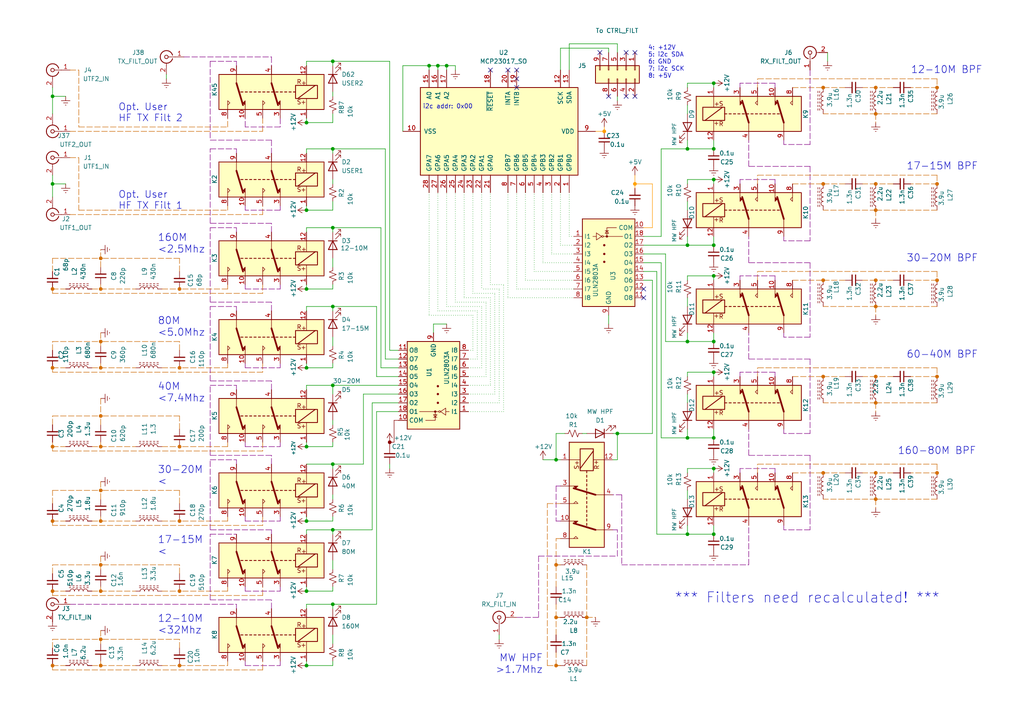
<source format=kicad_sch>
(kicad_sch (version 20231120) (generator "eeschema") (generator_version "8.0")
  (paper "A4")
  (title_block (title "HF TX/RX Filters") (rev "2023/08/21"))
  (junction (at 52.07 193.04) (color 204 102 0 1))
  (junction (at 96.52 88.9))
  (junction (at 15.24 53.34))
  (junction (at 96.52 43.18))
  (junction (at 29.21 83.82) (color 204 102 0 1))
  (junction (at 207.01 71.12))
  (junction (at 29.21 171.45) (color 204 102 0 1))
  (junction (at 96.52 17.78))
  (junction (at 254 137.16) (color 204 102 0 1))
  (junction (at 113.03 128.27) (color 132 0 0 1))
  (junction (at 207.01 107.95))
  (junction (at 15.24 193.04) (color 204 102 0 1))
  (junction (at 124.46 19.05))
  (junction (at 238.76 109.22) (color 204 102 0 1))
  (junction (at 207.01 24.13))
  (junction (at 254 81.28) (color 204 102 0 1))
  (junction (at 88.9 60.96))
  (junction (at 207.01 154.94))
  (junction (at 238.76 25.4) (color 204 102 0 1))
  (junction (at 184.15 53.34) (color 255 153 0 1))
  (junction (at 29.21 99.06) (color 204 102 0 1))
  (junction (at 238.76 137.16) (color 204 102 0 1))
  (junction (at 254 144.78) (color 204 102 0 1))
  (junction (at 88.9 83.82))
  (junction (at 52.07 151.13) (color 204 102 0 1))
  (junction (at 96.52 134.62))
  (junction (at 254 53.34) (color 204 102 0 1))
  (junction (at 207.01 43.18))
  (junction (at 29.21 106.68) (color 204 102 0 1))
  (junction (at 88.9 193.04))
  (junction (at 96.52 111.76))
  (junction (at 199.39 127))
  (junction (at 254 88.9) (color 204 102 0 1))
  (junction (at 161.29 179.07) (color 204 102 0 1))
  (junction (at 88.9 35.56))
  (junction (at 15.24 171.45) (color 204 102 0 1))
  (junction (at 88.9 129.54))
  (junction (at 52.07 83.82) (color 204 102 0 1))
  (junction (at 199.39 99.06))
  (junction (at 15.24 106.68) (color 204 102 0 1))
  (junction (at 52.07 106.68) (color 204 102 0 1))
  (junction (at 29.21 142.24) (color 204 102 0 1))
  (junction (at 254 25.4) (color 204 102 0 1))
  (junction (at 96.52 175.26))
  (junction (at 127 19.05))
  (junction (at 170.18 179.07) (color 204 102 0 1))
  (junction (at 207.01 135.89))
  (junction (at 15.24 129.54) (color 204 102 0 1))
  (junction (at 271.78 137.16) (color 204 102 0 1))
  (junction (at 254 33.02) (color 204 102 0 1))
  (junction (at 29.21 74.93) (color 204 102 0 1))
  (junction (at 88.9 171.45))
  (junction (at 238.76 53.34) (color 204 102 0 1))
  (junction (at 207.01 80.01))
  (junction (at 199.39 154.94))
  (junction (at 175.26 38.1) (color 255 153 0 1))
  (junction (at 207.01 52.07))
  (junction (at 207.01 127))
  (junction (at 15.24 27.94))
  (junction (at 254 109.22) (color 204 102 0 1))
  (junction (at 29.21 163.83) (color 204 102 0 1))
  (junction (at 15.24 83.82) (color 204 102 0 1))
  (junction (at 29.21 129.54) (color 204 102 0 1))
  (junction (at 88.9 151.13))
  (junction (at 271.78 25.4) (color 204 102 0 1))
  (junction (at 199.39 71.12))
  (junction (at 199.39 43.18))
  (junction (at 271.78 81.28) (color 204 102 0 1))
  (junction (at 238.76 81.28) (color 204 102 0 1))
  (junction (at 96.52 153.67))
  (junction (at 207.01 99.06))
  (junction (at 129.54 19.05))
  (junction (at 254 116.84) (color 204 102 0 1))
  (junction (at 161.29 193.04) (color 204 102 0 1))
  (junction (at 29.21 193.04) (color 204 102 0 1))
  (junction (at 161.29 133.35))
  (junction (at 161.29 163.83) (color 204 102 0 1))
  (junction (at 271.78 109.22) (color 204 102 0 1))
  (junction (at 15.24 151.13) (color 204 102 0 1))
  (junction (at 271.78 53.34) (color 204 102 0 1))
  (junction (at 29.21 151.13) (color 204 102 0 1))
  (junction (at 52.07 129.54) (color 204 102 0 1))
  (junction (at 52.07 171.45) (color 204 102 0 1))
  (junction (at 96.52 66.04))
  (junction (at 29.21 185.42) (color 204 102 0 1))
  (junction (at 88.9 106.68))
  (junction (at 29.21 120.65) (color 204 102 0 1))
  (junction (at 179.07 125.73))
  (junction (at 254 60.96) (color 204 102 0 1))
  (no_connect (at 173.99 15.24))
  (no_connect (at 142.24 20.32))
  (no_connect (at 149.86 22.86))
  (no_connect (at 186.69 83.82))
  (no_connect (at 184.15 15.24))
  (no_connect (at 181.61 27.94))
  (no_connect (at 184.15 27.94))
  (no_connect (at 149.86 25.4))
  (no_connect (at 147.32 20.32))
  (no_connect (at 149.86 20.32))
  (no_connect (at 186.69 86.36))
  (no_connect (at 181.61 15.24))
  (no_connect (at 176.53 27.94))
  (wire (pts (xy 81.28 151.13) (xy 81.28 149.86)) (stroke (width 0) (type dash) (color 132 0 132 1)))
  (wire (pts (xy 68.58 43.18) (xy 68.58 44.45)) (stroke (width 0) (type dash) (color 132 0 132 1)))
  (wire (pts (xy 207.01 52.07) (xy 199.39 52.07)))
  (wire (pts (xy 114.3 128.27) (xy 113.03 128.27)) (stroke (width 0) (color 132 0 0 1)))
  (wire (pts (xy 161.29 179.07) (xy 162.56 179.07)) (stroke (width 0) (type dash_dot_dot) (color 204 102 0 1)))
  (wire (pts (xy 186.69 66.04) (xy 189.23 66.04)) (stroke (width 0) (color 255 153 0 1)))
  (wire (pts (xy 156.21 179.07) (xy 149.86 179.07)) (stroke (width 0) (type dash) (color 132 0 132 1)))
  (wire (pts (xy 191.77 68.58) (xy 191.77 43.18)))
  (wire (pts (xy 88.9 113.03) (xy 88.9 111.76)))
  (wire (pts (xy 162.56 55.88) (xy 162.56 71.12)) (stroke (width 0) (type dot)))
  (wire (pts (xy 81.28 171.45) (xy 81.28 170.18)) (stroke (width 0) (type dash) (color 132 0 132 1)))
  (wire (pts (xy 15.24 152.4) (xy 15.24 151.13)) (stroke (width 0) (type dash) (color 204 102 0 1)))
  (wire (pts (xy 15.24 187.96) (xy 15.24 185.42)) (stroke (width 0) (type dash) (color 204 102 0 1)))
  (wire (pts (xy 184.15 50.8) (xy 184.15 53.34)) (stroke (width 0) (color 255 153 0 1)))
  (wire (pts (xy 224.79 135.89) (xy 214.63 135.89)) (stroke (width 0) (type dash) (color 132 0 132 1)))
  (wire (pts (xy 96.52 17.78) (xy 113.03 17.78)))
  (wire (pts (xy 88.9 153.67) (xy 96.52 153.67)))
  (wire (pts (xy 227.33 69.85) (xy 227.33 68.58)) (stroke (width 0) (type dash) (color 132 0 132 1)))
  (wire (pts (xy 15.24 123.19) (xy 15.24 120.65)) (stroke (width 0) (type dash) (color 204 102 0 1)))
  (wire (pts (xy 15.24 74.93) (xy 29.21 74.93)) (stroke (width 0) (type dash) (color 204 102 0 1)))
  (wire (pts (xy 234.95 104.14) (xy 217.17 104.14)) (stroke (width 0) (type dash) (color 132 0 132 1)))
  (wire (pts (xy 26.67 171.45) (xy 29.21 171.45)) (stroke (width 0) (type dash) (color 204 102 0 1)))
  (wire (pts (xy 116.84 38.1) (xy 116.84 19.05)))
  (wire (pts (xy 96.52 19.05) (xy 96.52 17.78)))
  (wire (pts (xy 71.12 193.04) (xy 81.28 193.04)) (stroke (width 0) (type dash) (color 132 0 132 1)))
  (wire (pts (xy 29.21 161.29) (xy 29.21 163.83)) (stroke (width 0) (type dash) (color 204 102 0 1)))
  (wire (pts (xy 96.52 186.69) (xy 96.52 184.15)))
  (wire (pts (xy 71.12 151.13) (xy 81.28 151.13)) (stroke (width 0) (type dash) (color 132 0 132 1)))
  (wire (pts (xy 219.71 53.34) (xy 219.71 50.8)) (stroke (width 0) (type dash) (color 204 102 0 1)))
  (wire (pts (xy 66.04 129.54) (xy 52.07 129.54)) (stroke (width 0) (type dash) (color 204 102 0 1)))
  (wire (pts (xy 271.78 22.86) (xy 219.71 22.86)) (stroke (width 0) (type dash) (color 204 102 0 1)))
  (wire (pts (xy 125.73 96.52) (xy 125.73 93.98)))
  (wire (pts (xy 207.01 127) (xy 199.39 127)))
  (wire (pts (xy 88.9 193.04) (xy 96.52 193.04)))
  (wire (pts (xy 175.26 36.83) (xy 175.26 38.1)) (stroke (width 0) (color 255 153 0 1)))
  (wire (pts (xy 111.76 43.18) (xy 111.76 104.14)))
  (wire (pts (xy 68.58 133.35) (xy 68.58 134.62)) (stroke (width 0) (type dash) (color 132 0 132 1)))
  (wire (pts (xy 96.52 90.17) (xy 96.52 88.9)))
  (wire (pts (xy 68.58 111.76) (xy 68.58 113.03)) (stroke (width 0) (type dash) (color 132 0 132 1)))
  (wire (pts (xy 144.78 116.84) (xy 144.78 83.82)) (stroke (width 0) (type dot)))
  (wire (pts (xy 245.11 137.16) (xy 238.76 137.16)) (stroke (width 0) (type dash) (color 204 102 0 1)))
  (wire (pts (xy 186.69 68.58) (xy 191.77 68.58)))
  (wire (pts (xy 254 109.22) (xy 250.19 109.22)) (stroke (width 0) (type dash) (color 204 102 0 1)))
  (wire (pts (xy 254 144.78) (xy 238.76 144.78)) (stroke (width 0) (type dash) (color 204 102 0 1)))
  (wire (pts (xy 96.52 171.45) (xy 96.52 170.18)))
  (wire (pts (xy 78.74 176.53) (xy 78.74 173.99)) (stroke (width 0) (type dash) (color 132 0 132 1)))
  (wire (pts (xy 234.95 97.79) (xy 227.33 97.79)) (stroke (width 0) (type dash) (color 132 0 132 1)))
  (wire (pts (xy 259.08 81.28) (xy 254 81.28)) (stroke (width 0) (type dash) (color 204 102 0 1)))
  (wire (pts (xy 234.95 48.26) (xy 217.17 48.26)) (stroke (width 0) (type dash) (color 132 0 132 1)))
  (wire (pts (xy 46.99 171.45) (xy 52.07 171.45)) (stroke (width 0) (type dash) (color 204 102 0 1)))
  (wire (pts (xy 96.52 35.56) (xy 96.52 33.02)))
  (wire (pts (xy 71.12 128.27) (xy 71.12 129.54)) (stroke (width 0) (type dash) (color 132 0 132 1)))
  (wire (pts (xy 88.9 171.45) (xy 88.9 170.18)))
  (wire (pts (xy 207.01 107.95) (xy 199.39 107.95)))
  (wire (pts (xy 245.11 25.4) (xy 238.76 25.4)) (stroke (width 0) (type dash) (color 204 102 0 1)))
  (wire (pts (xy 161.29 179.07) (xy 161.29 175.26)) (stroke (width 0) (type dash) (color 204 102 0 1)))
  (wire (pts (xy 96.52 83.82) (xy 96.52 82.55)))
  (wire (pts (xy 88.9 67.31) (xy 88.9 66.04)))
  (wire (pts (xy 199.39 114.3) (xy 199.39 116.84)))
  (wire (pts (xy 46.99 193.04) (xy 52.07 193.04)) (stroke (width 0) (type dash) (color 204 102 0 1)))
  (wire (pts (xy 177.8 125.73) (xy 179.07 125.73)))
  (wire (pts (xy 46.99 129.54) (xy 52.07 129.54)) (stroke (width 0) (type dash) (color 204 102 0 1)))
  (wire (pts (xy 29.21 193.04) (xy 39.37 193.04)) (stroke (width 0) (type dash) (color 204 102 0 1)))
  (wire (pts (xy 214.63 80.01) (xy 214.63 81.28)) (stroke (width 0) (type dash) (color 132 0 132 1)))
  (wire (pts (xy 143.51 114.3) (xy 143.51 85.09)) (stroke (width 0) (type dot)))
  (wire (pts (xy 15.24 27.94) (xy 15.24 33.02)))
  (wire (pts (xy 109.22 109.22) (xy 115.57 109.22)))
  (wire (pts (xy 76.2 130.81) (xy 15.24 130.81)) (stroke (width 0) (type dash) (color 204 102 0 1)))
  (wire (pts (xy 147.32 86.36) (xy 166.37 86.36)) (stroke (width 0) (type dot)))
  (wire (pts (xy 52.07 99.06) (xy 29.21 99.06)) (stroke (width 0) (type dash) (color 204 102 0 1)))
  (wire (pts (xy 88.9 88.9) (xy 96.52 88.9)))
  (wire (pts (xy 179.07 125.73) (xy 189.23 125.73)))
  (wire (pts (xy 29.21 82.55) (xy 29.21 83.82)) (stroke (width 0) (type dash) (color 204 102 0 1)))
  (wire (pts (xy 166.37 83.82) (xy 149.86 83.82)) (stroke (width 0) (type dot)))
  (wire (pts (xy 179.07 161.29) (xy 179.07 153.67)) (stroke (width 0) (type dash) (color 132 0 132 1)))
  (wire (pts (xy 161.29 125.73) (xy 163.83 125.73)))
  (wire (pts (xy 219.71 137.16) (xy 219.71 134.62)) (stroke (width 0) (type dash) (color 204 102 0 1)))
  (wire (pts (xy 240.03 15.24) (xy 240.03 17.78)))
  (wire (pts (xy 66.04 191.77) (xy 66.04 193.04)) (stroke (width 0) (type dash) (color 204 102 0 1)))
  (wire (pts (xy 76.2 107.95) (xy 15.24 107.95)) (stroke (width 0) (type dash) (color 204 102 0 1)))
  (wire (pts (xy 271.78 78.74) (xy 219.71 78.74)) (stroke (width 0) (type dash) (color 204 102 0 1)))
  (wire (pts (xy 22.86 60.96) (xy 66.04 60.96)) (stroke (width 0) (type dash) (color 204 102 0 1)))
  (wire (pts (xy 15.24 185.42) (xy 29.21 185.42)) (stroke (width 0) (type dash) (color 204 102 0 1)))
  (wire (pts (xy 52.07 163.83) (xy 29.21 163.83)) (stroke (width 0) (type dash) (color 204 102 0 1)))
  (wire (pts (xy 227.33 153.67) (xy 227.33 152.4)) (stroke (width 0) (type dash) (color 132 0 132 1)))
  (wire (pts (xy 139.7 106.68) (xy 139.7 88.9)) (stroke (width 0) (type dot)))
  (wire (pts (xy 199.39 24.13) (xy 199.39 25.4)))
  (wire (pts (xy 107.95 116.84) (xy 107.95 153.67)))
  (wire (pts (xy 53.34 16.51) (xy 78.74 16.51)) (stroke (width 0) (type dash) (color 132 0 132 1)))
  (wire (pts (xy 245.11 53.34) (xy 238.76 53.34)) (stroke (width 0) (type dash) (color 204 102 0 1)))
  (wire (pts (xy 199.39 142.24) (xy 199.39 144.78)))
  (wire (pts (xy 234.95 69.85) (xy 227.33 69.85)) (stroke (width 0) (type dash) (color 132 0 132 1)))
  (wire (pts (xy 88.9 19.05) (xy 88.9 17.78)))
  (wire (pts (xy 15.24 193.04) (xy 19.05 193.04)) (stroke (width 0) (type dash) (color 204 102 0 1)))
  (wire (pts (xy 219.71 109.22) (xy 219.71 106.68)) (stroke (width 0) (type dash) (color 204 102 0 1)))
  (wire (pts (xy 22.86 20.32) (xy 22.86 36.83)) (stroke (width 0) (type dash) (color 204 102 0 1)))
  (wire (pts (xy 15.24 25.4) (xy 15.24 27.94)))
  (wire (pts (xy 224.79 24.13) (xy 214.63 24.13)) (stroke (width 0) (type dash) (color 132 0 132 1)))
  (wire (pts (xy 224.79 109.22) (xy 224.79 107.95)) (stroke (width 0) (type dash) (color 132 0 132 1)))
  (wire (pts (xy 52.07 146.05) (xy 52.07 142.24)) (stroke (width 0) (type dash) (color 204 102 0 1)))
  (wire (pts (xy 271.78 109.22) (xy 264.16 109.22)) (stroke (width 0) (type dash) (color 204 102 0 1)))
  (wire (pts (xy 15.24 106.68) (xy 15.24 107.95)) (stroke (width 0) (type dash) (color 204 102 0 1)))
  (wire (pts (xy 109.22 175.26) (xy 109.22 119.38)))
  (wire (pts (xy 96.52 151.13) (xy 96.52 149.86)))
  (wire (pts (xy 127 19.05) (xy 127 20.32)))
  (wire (pts (xy 245.11 109.22) (xy 238.76 109.22)) (stroke (width 0) (type dash) (color 204 102 0 1)))
  (wire (pts (xy 76.2 82.55) (xy 76.2 85.09)) (stroke (width 0) (type dash) (color 204 102 0 1)))
  (wire (pts (xy 259.08 137.16) (xy 254 137.16)) (stroke (width 0) (type dash) (color 204 102 0 1)))
  (wire (pts (xy 180.34 143.51) (xy 177.8 143.51)) (stroke (width 0) (type dash) (color 132 0 132 1)))
  (wire (pts (xy 227.33 97.79) (xy 227.33 96.52)) (stroke (width 0) (type dash) (color 132 0 132 1)))
  (wire (pts (xy 60.96 88.9) (xy 68.58 88.9)) (stroke (width 0) (type dash) (color 132 0 132 1)))
  (wire (pts (xy 81.28 129.54) (xy 81.28 128.27)) (stroke (width 0) (type dash) (color 132 0 132 1)))
  (wire (pts (xy 96.52 60.96) (xy 96.52 58.42)))
  (wire (pts (xy 15.24 172.72) (xy 76.2 172.72)) (stroke (width 0) (type dash) (color 204 102 0 1)))
  (wire (pts (xy 234.95 20.32) (xy 234.95 41.91)) (stroke (width 0) (type dash) (color 132 0 132 1)))
  (wire (pts (xy 162.56 13.97) (xy 162.56 20.32)))
  (wire (pts (xy 15.24 129.54) (xy 19.05 129.54)) (stroke (width 0) (type dash) (color 204 102 0 1)))
  (wire (pts (xy 170.18 179.07) (xy 172.72 179.07)) (stroke (width 0) (type dash) (color 204 102 0 1)))
  (wire (pts (xy 115.57 114.3) (xy 105.41 114.3)))
  (wire (pts (xy 254 25.4) (xy 250.19 25.4)) (stroke (width 0) (type dash) (color 204 102 0 1)))
  (wire (pts (xy 189.23 81.28) (xy 189.23 125.73)))
  (wire (pts (xy 81.28 83.82) (xy 81.28 82.55)) (stroke (width 0) (type dash) (color 132 0 132 1)))
  (wire (pts (xy 137.16 101.6) (xy 135.89 101.6)) (stroke (width 0) (type dot)))
  (wire (pts (xy 60.96 110.49) (xy 60.96 88.9)) (stroke (width 0) (type dash) (color 132 0 132 1)))
  (wire (pts (xy 271.78 137.16) (xy 264.16 137.16)) (stroke (width 0) (type dash) (color 204 102 0 1)))
  (wire (pts (xy 142.24 86.36) (xy 142.24 111.76)) (stroke (width 0) (type dot)))
  (wire (pts (xy 88.9 35.56) (xy 88.9 34.29)))
  (wire (pts (xy 160.02 55.88) (xy 160.02 73.66)) (stroke (width 0) (type dot)))
  (wire (pts (xy 271.78 144.78) (xy 254 144.78)) (stroke (width 0) (type dash) (color 204 102 0 1)))
  (wire (pts (xy 66.04 60.96) (xy 66.04 59.69)) (stroke (width 0) (type dash) (color 204 102 0 1)))
  (wire (pts (xy 29.21 105.41) (xy 29.21 106.68)) (stroke (width 0) (type dash) (color 204 102 0 1)))
  (wire (pts (xy 66.04 151.13) (xy 52.07 151.13)) (stroke (width 0) (type dash) (color 204 102 0 1)))
  (wire (pts (xy 15.24 151.13) (xy 19.05 151.13)) (stroke (width 0) (type dash) (color 204 102 0 1)))
  (wire (pts (xy 113.03 129.54) (xy 113.03 128.27)) (stroke (width 0) (color 132 0 0 1)))
  (wire (pts (xy 207.01 137.16) (xy 207.01 135.89)))
  (wire (pts (xy 46.99 151.13) (xy 52.07 151.13)) (stroke (width 0) (type dash) (color 204 102 0 1)))
  (wire (pts (xy 156.21 161.29) (xy 156.21 179.07)) (stroke (width 0) (type dash) (color 132 0 132 1)))
  (wire (pts (xy 152.4 55.88) (xy 152.4 81.28)) (stroke (width 0) (type dot)))
  (wire (pts (xy 224.79 25.4) (xy 224.79 24.13)) (stroke (width 0) (type dash) (color 132 0 132 1)))
  (wire (pts (xy 60.96 43.18) (xy 68.58 43.18)) (stroke (width 0) (type dash) (color 132 0 132 1)))
  (wire (pts (xy 271.78 134.62) (xy 219.71 134.62)) (stroke (width 0) (type dash) (color 204 102 0 1)))
  (wire (pts (xy 52.07 124.46) (xy 52.07 120.65)) (stroke (width 0) (type dash) (color 204 102 0 1)))
  (wire (pts (xy 135.89 114.3) (xy 143.51 114.3)) (stroke (width 0) (type dot)))
  (wire (pts (xy 76.2 62.23) (xy 76.2 59.69)) (stroke (width 0) (type dash) (color 204 102 0 1)))
  (wire (pts (xy 147.32 55.88) (xy 147.32 86.36)) (stroke (width 0) (type dot)))
  (wire (pts (xy 165.1 68.58) (xy 166.37 68.58)) (stroke (width 0) (type dot)))
  (wire (pts (xy 60.96 17.78) (xy 68.58 17.78)) (stroke (width 0) (type dash) (color 132 0 132 1)))
  (wire (pts (xy 20.32 20.32) (xy 22.86 20.32)) (stroke (width 0) (type dash) (color 204 102 0 1)))
  (wire (pts (xy 191.77 43.18) (xy 199.39 43.18)))
  (wire (pts (xy 96.52 53.34) (xy 96.52 52.07)))
  (wire (pts (xy 234.95 132.08) (xy 234.95 153.67)) (stroke (width 0) (type dash) (color 132 0 132 1)))
  (wire (pts (xy 15.24 78.74) (xy 15.24 74.93)) (stroke (width 0) (type dash) (color 204 102 0 1)))
  (wire (pts (xy 207.01 80.01) (xy 199.39 80.01)))
  (wire (pts (xy 168.91 125.73) (xy 170.18 125.73)))
  (wire (pts (xy 142.24 111.76) (xy 135.89 111.76)) (stroke (width 0) (type dot)))
  (wire (pts (xy 71.12 105.41) (xy 71.12 106.68)) (stroke (width 0) (type dash) (color 132 0 132 1)))
  (wire (pts (xy 71.12 171.45) (xy 81.28 171.45)) (stroke (width 0) (type dash) (color 132 0 132 1)))
  (wire (pts (xy 165.1 12.7) (xy 165.1 20.32)))
  (wire (pts (xy 96.52 135.89) (xy 96.52 134.62)))
  (wire (pts (xy 154.94 78.74) (xy 154.94 55.88)) (stroke (width 0) (type dot)))
  (wire (pts (xy 207.01 68.58) (xy 207.01 71.12)))
  (wire (pts (xy 142.24 82.55) (xy 142.24 55.88)) (stroke (width 0) (type dot)))
  (wire (pts (xy 271.78 78.74) (xy 271.78 81.28)) (stroke (width 0) (type dash) (color 204 102 0 1)))
  (wire (pts (xy 29.21 106.68) (xy 39.37 106.68)) (stroke (width 0) (type dash) (color 204 102 0 1)))
  (wire (pts (xy 15.24 99.06) (xy 29.21 99.06)) (stroke (width 0) (type dash) (color 204 102 0 1)))
  (wire (pts (xy 15.24 106.68) (xy 19.05 106.68)) (stroke (width 0) (type dash) (color 204 102 0 1)))
  (wire (pts (xy 161.29 170.18) (xy 161.29 163.83)) (stroke (width 0) (type dash) (color 204 102 0 1)))
  (wire (pts (xy 71.12 170.18) (xy 71.12 171.45)) (stroke (width 0) (type dash) (color 132 0 132 1)))
  (wire (pts (xy 15.24 128.27) (xy 15.24 129.54)) (stroke (width 0) (color 204 102 0 1)))
  (wire (pts (xy 271.78 53.34) (xy 264.16 53.34)) (stroke (width 0) (type dash) (color 204 102 0 1)))
  (wire (pts (xy 78.74 154.94) (xy 78.74 153.67)) (stroke (width 0) (type dash) (color 132 0 132 1)))
  (wire (pts (xy 166.37 78.74) (xy 154.94 78.74)) (stroke (width 0) (type dot)))
  (wire (pts (xy 140.97 109.22) (xy 140.97 87.63)) (stroke (width 0) (type dot)))
  (wire (pts (xy 115.57 119.38) (xy 109.22 119.38)))
  (wire (pts (xy 46.99 83.82) (xy 52.07 83.82)) (stroke (width 0) (type dash) (color 204 102 0 1)))
  (wire (pts (xy 96.52 144.78) (xy 96.52 143.51)))
  (wire (pts (xy 26.67 83.82) (xy 29.21 83.82)) (stroke (width 0) (type dash) (color 204 102 0 1)))
  (wire (pts (xy 88.9 151.13) (xy 96.52 151.13)))
  (wire (pts (xy 254 81.28) (xy 250.19 81.28)) (stroke (width 0) (type dash) (color 204 102 0 1)))
  (wire (pts (xy 109.22 88.9) (xy 109.22 109.22)))
  (wire (pts (xy 29.21 83.82) (xy 39.37 83.82)) (stroke (width 0) (type dash) (color 204 102 0 1)))
  (wire (pts (xy 96.52 154.94) (xy 96.52 153.67)))
  (wire (pts (xy 110.49 66.04) (xy 96.52 66.04)))
  (wire (pts (xy 15.24 171.45) (xy 19.05 171.45)) (stroke (width 0) (type dash) (color 204 102 0 1)))
  (wire (pts (xy 134.62 55.88) (xy 134.62 86.36)) (stroke (width 0) (type dot)))
  (wire (pts (xy 15.24 166.37) (xy 15.24 163.83)) (stroke (width 0) (type dash) (color 204 102 0 1)))
  (wire (pts (xy 135.89 109.22) (xy 140.97 109.22)) (stroke (width 0) (type dot)))
  (wire (pts (xy 157.48 76.2) (xy 166.37 76.2)) (stroke (width 0) (type dot)))
  (wire (pts (xy 88.9 35.56) (xy 96.52 35.56)))
  (wire (pts (xy 76.2 38.1) (xy 76.2 34.29)) (stroke (width 0) (type dash) (color 204 102 0 1)))
  (wire (pts (xy 157.48 55.88) (xy 157.48 76.2)) (stroke (width 0) (type dot)))
  (wire (pts (xy 96.52 176.53) (xy 96.52 175.26)))
  (wire (pts (xy 15.24 120.65) (xy 29.21 120.65)) (stroke (width 0) (type dash) (color 204 102 0 1)))
  (wire (pts (xy 88.9 176.53) (xy 88.9 175.26)))
  (wire (pts (xy 271.78 25.4) (xy 264.16 25.4)) (stroke (width 0) (type dash) (color 204 102 0 1)))
  (wire (pts (xy 149.86 83.82) (xy 149.86 55.88)) (stroke (width 0) (type dot)))
  (wire (pts (xy 271.78 116.84) (xy 254 116.84)) (stroke (width 0) (type dash) (color 204 102 0 1)))
  (wire (pts (xy 158.75 146.05) (xy 162.56 146.05)) (stroke (width 0) (type dash) (color 204 102 0 1)))
  (wire (pts (xy 29.21 171.45) (xy 39.37 171.45)) (stroke (width 0) (type dash) (color 204 102 0 1)))
  (wire (pts (xy 96.52 44.45) (xy 96.52 43.18)))
  (wire (pts (xy 229.87 53.34) (xy 238.76 53.34)) (stroke (width 0) (type dash) (color 204 102 0 1)))
  (wire (pts (xy 96.52 175.26) (xy 109.22 175.26)))
  (wire (pts (xy 96.52 153.67) (xy 107.95 153.67)))
  (wire (pts (xy 199.39 86.36) (xy 199.39 88.9)))
  (wire (pts (xy 139.7 55.88) (xy 139.7 83.82)) (stroke (width 0) (type dot)))
  (wire (pts (xy 76.2 152.4) (xy 15.24 152.4)) (stroke (width 0) (type dash) (color 204 102 0 1)))
  (wire (pts (xy 26.67 129.54) (xy 29.21 129.54)) (stroke (width 0) (type dash) (color 204 102 0 1)))
  (wire (pts (xy 107.95 116.84) (xy 115.57 116.84)))
  (wire (pts (xy 161.29 179.07) (xy 162.56 179.07)) (stroke (width 0) (type dash) (color 204 102 0 1)))
  (wire (pts (xy 127 90.17) (xy 127 55.88)) (stroke (width 0) (type dot)))
  (wire (pts (xy 161.29 193.04) (xy 162.56 193.04)) (stroke (width 0) (type dash_dot_dot) (color 204 102 0 1)))
  (wire (pts (xy 88.9 60.96) (xy 88.9 59.69)))
  (wire (pts (xy 227.33 41.91) (xy 227.33 40.64)) (stroke (width 0) (type dash) (color 132 0 132 1)))
  (wire (pts (xy 165.1 55.88) (xy 165.1 68.58)) (stroke (width 0) (type dot)))
  (wire (pts (xy 161.29 163.83) (xy 162.56 163.83)) (stroke (width 0) (type dash) (color 204 102 0 1)))
  (wire (pts (xy 96.52 165.1) (xy 96.52 162.56)))
  (wire (pts (xy 20.32 175.26) (xy 68.58 175.26)) (stroke (width 0) (type dash) (color 132 0 132 1)))
  (wire (pts (xy 129.54 19.05) (xy 129.54 20.32)))
  (wire (pts (xy 224.79 53.34) (xy 224.79 52.07)) (stroke (width 0) (type dash) (color 132 0 132 1)))
  (wire (pts (xy 96.52 123.19) (xy 96.52 121.92)))
  (wire (pts (xy 88.9 83.82) (xy 96.52 83.82)))
  (wire (pts (xy 52.07 101.6) (xy 52.07 99.06)) (stroke (width 0) (type dash) (color 204 102 0 1)))
  (wire (pts (xy 66.04 129.54) (xy 66.04 128.27)) (stroke (width 0) (type dash) (color 204 102 0 1)))
  (wire (pts (xy 224.79 80.01) (xy 214.63 80.01)) (stroke (width 0) (type dash) (color 132 0 132 1)))
  (wire (pts (xy 88.9 66.04) (xy 96.52 66.04)))
  (wire (pts (xy 189.23 66.04) (xy 189.23 53.34)) (stroke (width 0) (color 255 153 0 1)))
  (wire (pts (xy 111.76 43.18) (xy 96.52 43.18)))
  (wire (pts (xy 158.75 193.04) (xy 161.29 193.04)) (stroke (width 0) (type dash) (color 204 102 0 1)))
  (wire (pts (xy 60.96 87.63) (xy 60.96 66.04)) (stroke (width 0) (type dash) (color 132 0 132 1)))
  (wire (pts (xy 76.2 194.31) (xy 76.2 191.77)) (stroke (width 0) (type dash) (color 204 102 0 1)))
  (wire (pts (xy 78.74 90.17) (xy 78.74 87.63)) (stroke (width 0) (type dash) (color 132 0 132 1)))
  (wire (pts (xy 161.29 163.83) (xy 161.29 156.21)) (stroke (width 0) (type dash) (color 204 102 0 1)))
  (wire (pts (xy 179.07 15.24) (xy 179.07 12.7)))
  (wire (pts (xy 116.84 19.05) (xy 124.46 19.05)))
  (wire (pts (xy 179.07 12.7) (xy 165.1 12.7)))
  (wire (pts (xy 15.24 50.8) (xy 15.24 53.34)))
  (wire (pts (xy 111.76 104.14) (xy 115.57 104.14)))
  (wire (pts (xy 271.78 106.68) (xy 219.71 106.68)) (stroke (width 0) (type dash) (color 204 102 0 1)))
  (wire (pts (xy 88.9 154.94) (xy 88.9 153.67)))
  (wire (pts (xy 68.58 88.9) (xy 68.58 90.17)) (stroke (width 0) (type dash) (color 132 0 132 1)))
  (wire (pts (xy 60.96 111.76) (xy 68.58 111.76)) (stroke (width 0) (type dash) (color 132 0 132 1)))
  (wire (pts (xy 199.39 124.46) (xy 199.39 127)))
  (wire (pts (xy 88.9 106.68) (xy 88.9 105.41)))
  (wire (pts (xy 186.69 76.2) (xy 191.77 76.2)))
  (wire (pts (xy 81.28 193.04) (xy 81.28 191.77)) (stroke (width 0) (type dash) (color 132 0 132 1)))
  (wire (pts (xy 52.07 78.74) (xy 52.07 74.93)) (stroke (width 0) (type dash) (color 204 102 0 1)))
  (wire (pts (xy 88.9 111.76) (xy 96.52 111.76)))
  (wire (pts (xy 15.24 172.72) (xy 15.24 171.45)) (stroke (width 0) (type dash) (color 204 102 0 1)))
  (wire (pts (xy 105.41 134.62) (xy 96.52 134.62)))
  (wire (pts (xy 60.96 154.94) (xy 68.58 154.94)) (stroke (width 0) (type dash) (color 132 0 132 1)))
  (wire (pts (xy 76.2 149.86) (xy 76.2 152.4)) (stroke (width 0) (type dash) (color 204 102 0 1)))
  (wire (pts (xy 29.21 115.57) (xy 29.21 120.65)) (stroke (width 0) (type dash) (color 204 102 0 1)))
  (wire (pts (xy 186.69 73.66) (xy 193.04 73.66)))
  (wire (pts (xy 22.86 36.83) (xy 66.04 36.83)) (stroke (width 0) (type dash) (color 204 102 0 1)))
  (wire (pts (xy 88.9 129.54) (xy 88.9 128.27)))
  (wire (pts (xy 161.29 163.83) (xy 162.56 163.83)) (stroke (width 0) (color 204 102 0 1)))
  (wire (pts (xy 259.08 25.4) (xy 254 25.4)) (stroke (width 0) (type dash) (color 204 102 0 1)))
  (wire (pts (xy 26.67 151.13) (xy 29.21 151.13)) (stroke (width 0) (type dash) (color 204 102 0 1)))
  (wire (pts (xy 234.95 48.26) (xy 234.95 69.85)) (stroke (width 0) (type dash) (color 132 0 132 1)))
  (wire (pts (xy 15.24 194.31) (xy 76.2 194.31)) (stroke (width 0) (type dash) (color 204 102 0 1)))
  (wire (pts (xy 259.08 53.34) (xy 254 53.34)) (stroke (width 0) (type dash) (color 204 102 0 1)))
  (wire (pts (xy 254 137.16) (xy 250.19 137.16)) (stroke (width 0) (type dash) (color 204 102 0 1)))
  (wire (pts (xy 254 88.9) (xy 254 91.44)) (stroke (width 0) (type dash) (color 204 102 0 1)))
  (wire (pts (xy 193.04 99.06) (xy 199.39 99.06)))
  (wire (pts (xy 135.89 119.38) (xy 146.05 119.38)) (stroke (width 0) (type dot)))
  (wire (pts (xy 161.29 156.21) (xy 162.56 156.21)) (stroke (width 0) (type dash) (color 204 102 0 1)))
  (wire (pts (xy 207.01 25.4) (xy 207.01 24.13)))
  (wire (pts (xy 68.58 66.04) (xy 68.58 67.31)) (stroke (width 0) (type dash) (color 132 0 132 1)))
  (wire (pts (xy 96.52 106.68) (xy 96.52 105.41)))
  (wire (pts (xy 170.18 193.04) (xy 170.18 179.07)) (stroke (width 0) (type dash) (color 204 102 0 1)))
  (wire (pts (xy 71.12 106.68) (xy 81.28 106.68)) (stroke (width 0) (type dash) (color 132 0 132 1)))
  (wire (pts (xy 229.87 137.16) (xy 238.76 137.16)) (stroke (width 0) (type dash) (color 204 102 0 1)))
  (wire (pts (xy 207.01 53.34) (xy 207.01 52.07)))
  (wire (pts (xy 271.78 50.8) (xy 271.78 53.34)) (stroke (width 0) (type dash) (color 204 102 0 1)))
  (wire (pts (xy 71.12 60.96) (xy 71.12 59.69)) (stroke (width 0) (type dash) (color 132 0 132 1)))
  (wire (pts (xy 29.21 123.19) (xy 29.21 120.65)) (stroke (width 0) (type dash) (color 204 102 0 1)))
  (wire (pts (xy 199.39 58.42) (xy 199.39 60.96)))
  (wire (pts (xy 78.74 134.62) (xy 78.74 132.08)) (stroke (width 0) (type dash) (color 132 0 132 1)))
  (wire (pts (xy 199.39 40.64) (xy 199.39 43.18)))
  (wire (pts (xy 180.34 143.51) (xy 180.34 163.83)) (stroke (width 0) (type dash) (color 132 0 132 1)))
  (wire (pts (xy 146.05 119.38) (xy 146.05 82.55)) (stroke (width 0) (type dot)))
  (wire (pts (xy 229.87 109.22) (xy 238.76 109.22)) (stroke (width 0) (type dash) (color 204 102 0 1)))
  (wire (pts (xy 66.04 82.55) (xy 66.04 83.82)) (stroke (width 0) (type dash) (color 204 102 0 1)))
  (wire (pts (xy 19.05 27.94) (xy 15.24 27.94)))
  (wire (pts (xy 96.52 67.31) (xy 96.52 66.04)))
  (wire (pts (xy 15.24 101.6) (xy 15.24 99.06)) (stroke (width 0) (type dash) (color 204 102 0 1)))
  (wire (pts (xy 66.04 170.18) (xy 66.04 171.45)) (stroke (width 0) (type dash) (color 204 102 0 1)))
  (wire (pts (xy 78.74 132.08) (xy 60.96 132.08)) (stroke (width 0) (type dash) (color 132 0 132 1)))
  (wire (pts (xy 134.62 86.36) (xy 142.24 86.36)) (stroke (width 0) (type dot)))
  (wire (pts (xy 207.01 24.13) (xy 199.39 24.13)))
  (wire (pts (xy 66.04 106.68) (xy 52.07 106.68)) (stroke (width 0) (type dash) (color 204 102 0 1)))
  (wire (pts (xy 115.57 121.92) (xy 114.3 121.92)) (stroke (width 0) (color 132 0 0 1)))
  (wire (pts (xy 114.3 121.92) (xy 114.3 128.27)) (stroke (width 0) (color 132 0 0 1)))
  (wire (pts (xy 177.8 133.35) (xy 179.07 133.35)))
  (wire (pts (xy 66.04 83.82) (xy 52.07 83.82)) (stroke (width 0) (type dash) (color 204 102 0 1)))
  (wire (pts (xy 271.78 22.86) (xy 271.78 25.4)) (stroke (width 0) (type dash) (color 204 102 0 1)))
  (wire (pts (xy 124.46 55.88) (xy 124.46 91.44)) (stroke (width 0) (type dot)))
  (wire (pts (xy 26.67 193.04) (xy 29.21 193.04)) (stroke (width 0) (type dash) (color 204 102 0 1)))
  (wire (pts (xy 48.26 21.59) (xy 48.26 22.86)))
  (wire (pts (xy 217.17 104.14) (xy 217.17 96.52)) (stroke (width 0) (type dash) (color 132 0 132 1)))
  (wire (pts (xy 137.16 85.09) (xy 137.16 55.88)) (stroke (width 0) (type dot)))
  (wire (pts (xy 60.96 153.67) (xy 60.96 133.35)) (stroke (width 0) (type dash) (color 132 0 132 1)))
  (wire (pts (xy 190.5 154.94) (xy 199.39 154.94)))
  (wire (pts (xy 29.21 139.7) (xy 29.21 142.24)) (stroke (width 0) (type dash) (color 204 102 0 1)))
  (wire (pts (xy 71.12 83.82) (xy 81.28 83.82)) (stroke (width 0) (type dash) (color 132 0 132 1)))
  (wire (pts (xy 71.12 149.86) (xy 71.12 151.13)) (stroke (width 0) (type dash) (color 132 0 132 1)))
  (wire (pts (xy 229.87 81.28) (xy 238.76 81.28)) (stroke (width 0) (type dash) (color 204 102 0 1)))
  (wire (pts (xy 207.01 96.52) (xy 207.01 99.06)))
  (wire (pts (xy 207.01 43.18) (xy 199.39 43.18)))
  (wire (pts (xy 158.75 193.04) (xy 158.75 146.05)) (stroke (width 0) (type dash) (color 204 102 0 1)))
  (wire (pts (xy 68.58 17.78) (xy 68.58 19.05)) (stroke (width 0) (type dash) (color 132 0 132 1)))
  (wire (pts (xy 76.2 172.72) (xy 76.2 170.18)) (stroke (width 0) (type dash) (color 204 102 0 1)))
  (wire (pts (xy 259.08 109.22) (xy 254 109.22)) (stroke (width 0) (type dash) (color 204 102 0 1)))
  (wire (pts (xy 96.52 100.33) (xy 96.52 97.79)))
  (wire (pts (xy 271.78 134.62) (xy 271.78 137.16)) (stroke (width 0) (type dash) (color 204 102 0 1)))
  (wire (pts (xy 15.24 194.31) (xy 15.24 193.04)) (stroke (width 0) (type dash) (color 204 102 0 1)))
  (wire (pts (xy 207.01 154.94) (xy 199.39 154.94)))
  (wire (pts (xy 184.15 53.34) (xy 184.15 54.61)) (stroke (width 0) (color 255 153 0 1)))
  (wire (pts (xy 271.78 81.28) (xy 264.16 81.28)) (stroke (width 0) (type dash) (color 204 102 0 1)))
  (wire (pts (xy 156.21 161.29) (xy 179.07 161.29)) (stroke (width 0) (type dash) (color 132 0 132 1)))
  (wire (pts (xy 76.2 128.27) (xy 76.2 130.81)) (stroke (width 0) (type dash) (color 204 102 0 1)))
  (wire (pts (xy 52.07 142.24) (xy 29.21 142.24)) (stroke (width 0) (type dash) (color 204 102 0 1)))
  (wire (pts (xy 207.01 81.28) (xy 207.01 80.01)))
  (wire (pts (xy 234.95 104.14) (xy 234.95 125.73)) (stroke (width 0) (type dash) (color 132 0 132 1)))
  (wire (pts (xy 60.96 17.78) (xy 60.96 40.64)) (stroke (width 0) (type dash) (color 132 0 132 1)))
  (wire (pts (xy 22.86 45.72) (xy 22.86 60.96)) (stroke (width 0) (type dash) (color 204 102 0 1)))
  (wire (pts (xy 271.78 33.02) (xy 254 33.02)) (stroke (width 0) (type dash) (color 204 102 0 1)))
  (wire (pts (xy 96.52 114.3) (xy 96.52 111.76)))
  (wire (pts (xy 254 88.9) (xy 238.76 88.9)) (stroke (width 0) (type dash) (color 204 102 0 1)))
  (wire (pts (xy 29.21 128.27) (xy 29.21 129.54)) (stroke (width 0) (type dash) (color 204 102 0 1)))
  (wire (pts (xy 254 60.96) (xy 254 63.5)) (stroke (width 0) (type dash) (color 204 102 0 1)))
  (wire (pts (xy 132.08 87.63) (xy 132.08 55.88)) (stroke (width 0) (type dot)))
  (wire (pts (xy 254 60.96) (xy 238.76 60.96)) (stroke (width 0) (type dash) (color 204 102 0 1)))
  (wire (pts (xy 78.74 40.64) (xy 78.74 44.45)) (stroke (width 0) (type dash) (color 132 0 132 1)))
  (wire (pts (xy 138.43 104.14) (xy 138.43 90.17)) (stroke (width 0) (type dot)))
  (wire (pts (xy 60.96 173.99) (xy 60.96 154.94)) (stroke (width 0) (type dash) (color 132 0 132 1)))
  (wire (pts (xy 124.46 19.05) (xy 127 19.05)))
  (wire (pts (xy 88.9 83.82) (xy 88.9 82.55)))
  (wire (pts (xy 88.9 90.17) (xy 88.9 88.9)))
  (wire (pts (xy 179.07 27.94) (xy 179.07 29.21)))
  (wire (pts (xy 81.28 34.29) (xy 81.28 36.83)) (stroke (width 0) (type dash) (color 132 0 132 1)))
  (wire (pts (xy 161.29 140.97) (xy 161.29 151.13)) (stroke (width 0) (type dash) (color 132 0 132 1)))
  (wire (pts (xy 271.78 50.8) (xy 219.71 50.8)) (stroke (width 0) (type dash) (color 204 102 0 1)))
  (wire (pts (xy 161.29 193.04) (xy 162.56 193.04)) (stroke (width 0) (color 204 102 0 1)))
  (wire (pts (xy 207.01 40.64) (xy 207.01 43.18)))
  (wire (pts (xy 52.07 185.42) (xy 29.21 185.42)) (stroke (width 0) (type dash) (color 204 102 0 1)))
  (wire (pts (xy 88.9 17.78) (xy 96.52 17.78)))
  (wire (pts (xy 71.12 191.77) (xy 71.12 193.04)) (stroke (width 0) (type dash) (color 132 0 132 1)))
  (wire (pts (xy 129.54 19.05) (xy 132.08 19.05)))
  (wire (pts (xy 224.79 107.95) (xy 214.63 107.95)) (stroke (width 0) (type dash) (color 132 0 132 1)))
  (wire (pts (xy 214.63 24.13) (xy 214.63 25.4)) (stroke (width 0) (type dash) (color 132 0 132 1)))
  (wire (pts (xy 224.79 137.16) (xy 224.79 135.89)) (stroke (width 0) (type dash) (color 132 0 132 1)))
  (wire (pts (xy 52.07 74.93) (xy 29.21 74.93)) (stroke (width 0) (type dash) (color 204 102 0 1)))
  (wire (pts (xy 15.24 130.81) (xy 15.24 129.54)) (stroke (width 0) (type dash) (color 204 102 0 1)))
  (wire (pts (xy 78.74 110.49) (xy 60.96 110.49)) (stroke (width 0) (type dash) (color 132 0 132 1)))
  (wire (pts (xy 229.87 25.4) (xy 238.76 25.4)) (stroke (width 0) (type dash) (color 204 102 0 1)))
  (wire (pts (xy 170.18 179.07) (xy 170.18 163.83)) (stroke (width 0) (type dash) (color 204 102 0 1)))
  (wire (pts (xy 199.39 135.89) (xy 199.39 137.16)))
  (wire (pts (xy 15.24 163.83) (xy 29.21 163.83)) (stroke (width 0) (type dash) (color 204 102 0 1)))
  (wire (pts (xy 29.21 149.86) (xy 29.21 151.13)) (stroke (width 0) (type dash) (color 204 102 0 1)))
  (wire (pts (xy 135.89 106.68) (xy 139.7 106.68)) (stroke (width 0) (type dot)))
  (wire (pts (xy 162.56 140.97) (xy 161.29 140.97)) (stroke (width 0) (type dash) (color 132 0 132 1)))
  (wire (pts (xy 20.32 62.23) (xy 76.2 62.23)) (stroke (width 0) (type dash) (color 204 102 0 1)))
  (wire (pts (xy 224.79 81.28) (xy 224.79 80.01)) (stroke (width 0) (type dash) (color 132 0 132 1)))
  (wire (pts (xy 88.9 60.96) (xy 96.52 60.96)))
  (wire (pts (xy 199.39 99.06) (xy 207.01 99.06)))
  (wire (pts (xy 176.53 13.97) (xy 162.56 13.97)))
  (wire (pts (xy 52.07 120.65) (xy 29.21 120.65)) (stroke (width 0) (type dash) (color 204 102 0 1)))
  (wire (pts (xy 143.51 85.09) (xy 137.16 85.09)) (stroke (width 0) (type dot)))
  (wire (pts (xy 113.03 134.62) (xy 113.03 135.89)))
  (wire (pts (xy 124.46 91.44) (xy 137.16 91.44)) (stroke (width 0) (type dot)))
  (wire (pts (xy 207.01 109.22) (xy 207.01 107.95)))
  (wire (pts (xy 189.23 53.34) (xy 184.15 53.34)) (stroke (width 0) (color 255 153 0 1)))
  (wire (pts (xy 88.9 129.54) (xy 96.52 129.54)))
  (wire (pts (xy 66.04 105.41) (xy 66.04 106.68)) (stroke (width 0) (type dash) (color 204 102 0 1)))
  (wire (pts (xy 186.69 81.28) (xy 189.23 81.28)))
  (wire (pts (xy 132.08 19.05) (xy 132.08 20.32)))
  (wire (pts (xy 234.95 76.2) (xy 234.95 97.79)) (stroke (width 0) (type dash) (color 132 0 132 1)))
  (wire (pts (xy 66.04 171.45) (xy 52.07 171.45)) (stroke (width 0) (type dash) (color 204 102 0 1)))
  (wire (pts (xy 214.63 135.89) (xy 214.63 137.16)) (stroke (width 0) (type dash) (color 132 0 132 1)))
  (wire (pts (xy 214.63 52.07) (xy 214.63 53.34)) (stroke (width 0) (type dash) (color 132 0 132 1)))
  (wire (pts (xy 29.21 144.78) (xy 29.21 142.24)) (stroke (width 0) (type dash) (color 204 102 0 1)))
  (wire (pts (xy 160.02 73.66) (xy 166.37 73.66)) (stroke (width 0) (type dot)))
  (wire (pts (xy 109.22 88.9) (xy 96.52 88.9)))
  (wire (pts (xy 234.95 125.73) (xy 227.33 125.73)) (stroke (width 0) (type dash) (color 132 0 132 1)))
  (wire (pts (xy 161.29 151.13) (xy 162.56 151.13)) (stroke (width 0) (type dash) (color 132 0 132 1)))
  (wire (pts (xy 234.95 41.91) (xy 227.33 41.91)) (stroke (width 0) (type dash) (color 132 0 132 1)))
  (wire (pts (xy 127 19.05) (xy 129.54 19.05)))
  (wire (pts (xy 191.77 127) (xy 199.39 127)))
  (wire (pts (xy 88.9 171.45) (xy 96.52 171.45)))
  (wire (pts (xy 15.24 53.34) (xy 15.24 57.15)))
  (wire (pts (xy 88.9 191.77) (xy 88.9 193.04)))
  (wire (pts (xy 254 33.02) (xy 254 35.56)) (stroke (width 0) (type dash) (color 204 102 0 1)))
  (wire (pts (xy 66.04 151.13) (xy 66.04 149.86)) (stroke (width 0) (type dash) (color 204 102 0 1)))
  (wire (pts (xy 81.28 36.83) (xy 71.12 36.83)) (stroke (width 0) (type dash) (color 132 0 132 1)))
  (wire (pts (xy 139.7 88.9) (xy 129.54 88.9)) (stroke (width 0) (type dot)))
  (wire (pts (xy 217.17 163.83) (xy 217.17 152.4)) (stroke (width 0) (type dash) (color 132 0 132 1)))
  (wire (pts (xy 52.07 166.37) (xy 52.07 163.83)) (stroke (width 0) (type dash) (color 204 102 0 1)))
  (wire (pts (xy 81.28 106.68) (xy 81.28 105.41)) (stroke (width 0) (type dash) (color 132 0 132 1)))
  (wire (pts (xy 234.95 76.2) (xy 217.17 76.2)) (stroke (width 0) (type dash) (color 132 0 132 1)))
  (wire (pts (xy 110.49 66.04) (xy 110.49 106.68)))
  (wire (pts (xy 125.73 93.98) (xy 129.54 93.98)))
  (wire (pts (xy 88.9 134.62) (xy 96.52 134.62)))
  (wire (pts (xy 15.24 85.09) (xy 76.2 85.09)) (stroke (width 0) (type dash) (color 204 102 0 1)))
  (wire (pts (xy 176.53 15.24) (xy 176.53 13.97)))
  (wire (pts (xy 60.96 132.08) (xy 60.96 111.76)) (stroke (width 0) (type dash) (color 132 0 132 1)))
  (wire (pts (xy 199.39 152.4) (xy 199.39 154.94)))
  (wire (pts (xy 214.63 107.95) (xy 214.63 109.22)) (stroke (width 0) (type dash) (color 132 0 132 1)))
  (wire (pts (xy 217.17 76.2) (xy 217.17 68.58)) (stroke (width 0) (type dash) (color 132 0 132 1)))
  (wire (pts (xy 88.9 43.18) (xy 96.52 43.18)))
  (wire (pts (xy 78.74 16.51) (xy 78.74 19.05)) (stroke (width 0) (type dash) (color 132 0 132 1)))
  (wire (pts (xy 29.21 77.47) (xy 29.21 74.93)) (stroke (width 0) (type dash) (color 204 102 0 1)))
  (wire (pts (xy 254 116.84) (xy 254 119.38)) (stroke (width 0) (type dash) (color 204 102 0 1)))
  (wire (pts (xy 19.05 53.34) (xy 15.24 53.34)))
  (wire (pts (xy 96.52 77.47) (xy 96.52 74.93)))
  (wire (pts (xy 227.33 125.73) (xy 227.33 124.46)) (stroke (width 0) (type dash) (color 132 0 132 1)))
  (wire (pts (xy 224.79 52.07) (xy 214.63 52.07)) (stroke (width 0) (type dash) (color 132 0 132 1)))
  (wire (pts (xy 179.07 133.35) (xy 179.07 125.73)))
  (wire (pts (xy 217.17 132.08) (xy 217.17 124.46)) (stroke (width 0) (type dash) (color 132 0 132 1)))
  (wire (pts (xy 29.21 191.77) (xy 29.21 193.04)) (stroke (width 0) (type dash) (color 204 102 0 1)))
  (wire (pts (xy 144.78 83.82) (xy 139.7 83.82)) (stroke (width 0) (type dot)))
  (wire (pts (xy 26.67 106.68) (xy 29.21 106.68)) (stroke (width 0) (type dash) (color 204 102 0 1)))
  (wire (pts (xy 124.46 20.32) (xy 124.46 19.05)))
  (wire (pts (xy 172.72 38.1) (xy 175.26 38.1)) (stroke (width 0) (color 255 153 0 1)))
  (wire (pts (xy 135.89 104.14) (xy 138.43 104.14)) (stroke (width 0) (type dot)))
  (wire (pts (xy 29.21 182.88) (xy 29.21 185.42)) (stroke (width 0) (type dash) (color 204 102 0 1)))
  (wire (pts (xy 60.96 133.35) (xy 68.58 133.35)) (stroke (width 0) (type dash) (color 132 0 132 1)))
  (wire (pts (xy 113.03 17.78) (xy 113.03 101.6)))
  (wire (pts (xy 71.12 129.54) (xy 81.28 129.54)) (stroke (width 0) (type dash) (color 132 0 132 1)))
  (wire (pts (xy 144.78 184.15) (xy 144.78 185.42)))
  (wire (pts (xy 76.2 105.41) (xy 76.2 107.95)) (stroke (width 0) (type dash) (color 204 102 0 1)))
  (wire (pts (xy 162.56 71.12) (xy 166.37 71.12)) (stroke (width 0) (type dot)))
  (wire (pts (xy 234.95 132.08) (xy 217.17 132.08)) (stroke (width 0) (type dash) (color 132 0 132 1)))
  (wire (pts (xy 179.07 153.67) (xy 177.8 153.67)) (stroke (width 0) (type dash) (color 132 0 132 1)))
  (wire (pts (xy 152.4 81.28) (xy 166.37 81.28)) (stroke (width 0) (type dot)))
  (wire (pts (xy 161.29 133.35) (xy 161.29 125.73)))
  (wire (pts (xy 52.07 187.96) (xy 52.07 185.42)) (stroke (width 0) (type dash) (color 204 102 0 1)))
  (wire (pts (xy 96.52 27.94) (xy 96.52 26.67)))
  (wire (pts (xy 88.9 106.68) (xy 96.52 106.68)))
  (wire (pts (xy 138.43 90.17) (xy 127 90.17)) (stroke (width 0) (type dot)))
  (wire (pts (xy 115.57 101.6) (xy 113.03 101.6)))
  (wire (pts (xy 219.71 25.4) (xy 219.71 22.86)) (stroke (width 0) (type dash) (color 204 102 0 1)))
  (wire (pts (xy 199.39 30.48) (xy 199.39 33.02)))
  (wire (pts (xy 190.5 78.74) (xy 190.5 154.94)))
  (wire (pts (xy 96.52 193.04) (xy 96.52 191.77)))
  (wire (pts (xy 135.89 116.84) (xy 144.78 116.84)) (stroke (width 0) (type dot)))
  (wire (pts (xy 254 33.02) (xy 238.76 33.02)) (stroke (width 0) (type dash) (color 204 102 0 1)))
  (wire (pts (xy 193.04 73.66) (xy 193.04 99.06)))
  (wire (pts (xy 29.21 151.13) (xy 39.37 151.13)) (stroke (width 0) (type dash) (color 204 102 0 1)))
  (wire (pts (xy 29.21 165.1) (xy 29.21 163.83)) (stroke (width 0) (type dash) (color 204 102 0 1)))
  (wire (pts (xy 199.39 107.95) (xy 199.39 109.22)))
  (wire (pts (xy 20.32 45.72) (xy 22.86 45.72)) (stroke (width 0) (type dash) (color 204 102 0 1)))
  (wire (pts (xy 29.21 96.52) (xy 29.21 99.06)) (stroke (width 0) (type dash) (color 204 102 0 1)))
  (wire (pts (xy 161.29 133.35) (xy 162.56 133.35)))
  (wire (pts (xy 60.96 66.04) (xy 68.58 66.04)) (stroke (width 0) (type dash) (color 132 0 132 1)))
  (wire (pts (xy 186.69 78.74) (xy 190.5 78.74)))
  (wire (pts (xy 217.17 48.26) (xy 217.17 40.64)) (stroke (width 0) (type dash) (color 132 0 132 1)))
  (wire (pts (xy 81.28 60.96) (xy 71.12 60.96)) (stroke (width 0) (type dash) (color 132 0 132 1)))
  (wire (pts (xy 129.54 88.9) (xy 129.54 55.88)) (stroke (width 0) (type dot)))
  (wire (pts (xy 254 53.34) (xy 250.19 53.34)) (stroke (width 0) (type dash) (color 204 102 0 1)))
  (wire (pts (xy 78.74 87.63) (xy 60.96 87.63)) (stroke (width 0) (type dash) (color 132 0 132 1)))
  (wire (pts (xy 199.39 80.01) (xy 199.39 81.28)))
  (wire (pts (xy 254 144.78) (xy 254 147.32)) (stroke (width 0) (type dash) (color 204 102 0 1)))
  (wire (pts (xy 207.01 71.12) (xy 199.39 71.12)))
  (wire (pts (xy 29.21 100.33) (xy 29.21 99.06)) (stroke (width 0) (type dash) (color 204 102 0 1)))
  (wire (pts (xy 207.01 124.46) (xy 207.01 127)))
  (wire (pts (xy 254 116.84) (xy 238.76 116.84)) (stroke (width 0) (type dash) (color 204 102 0 1)))
  (wire (pts (xy 60.96 64.77) (xy 60.96 43.18)) (stroke (width 0) (type dash) (color 132 0 132 1)))
  (wire (pts (xy 199.39 68.58) (xy 199.39 71.12)))
  (wire (pts (xy 20.32 38.1) (xy 76.2 38.1)) (stroke (width 0) (type dash) (color 204 102 0 1)))
  (wire (pts (xy 245.11 81.28) (xy 238.76 81.28)) (stroke (width 0) (type dash) (color 204 102 0 1)))
  (wire (pts (xy 199.39 96.52) (xy 199.39 99.06)))
  (wire (pts (xy 140.97 87.63) (xy 132.08 87.63)) (stroke (width 0) (type dot)))
  (wire (pts (xy 271.78 60.96) (xy 254 60.96)) (stroke (width 0) (type dash) (color 204 102 0 1)))
  (wire (pts (xy 81.28 59.69) (xy 81.28 60.96)) (stroke (width 0) (type dash) (color 132 0 132 1)))
  (wire (pts (xy 110.49 106.68) (xy 115.57 106.68)))
  (wire (pts (xy 199.39 52.07) (xy 199.39 53.34)))
  (wire (pts (xy 88.9 44.45) (xy 88.9 43.18)))
  (wire (pts (xy 207.01 152.4) (xy 207.01 154.94)))
  (wire (pts (xy 68.58 175.26) (xy 68.58 176.53)) (stroke (width 0) (type dash) (color 132 0 132 1)))
  (wire (pts (xy 71.12 36.83) (xy 71.12 34.29)) (stroke (width 0) (type dash) (color 132 0 132 1)))
  (wire (pts (xy 105.41 114.3) (xy 105.41 134.62)))
  (wire (pts (xy 207.01 135.89) (xy 199.39 135.89)))
  (wire (pts (xy 78.74 67.31) (xy 78.74 64.77)) (stroke (width 0) (type dash) (color 132 0 132 1)))
  (wire (pts (xy 71.12 82.55) (xy 71.12 83.82)) (stroke (width 0) (type dash) (color 132 0 132 1)))
  (wire (pts (xy 219.71 81.28) (xy 219.71 78.74)) (stroke (width 0) (type dash) (color 204 102 0 1)))
  (wire (pts (xy 46.99 106.68) (xy 52.07 106.68)) (stroke (width 0) (type dash) (color 204 102 0 1)))
  (wire (pts (xy 29.21 74.93) (xy 29.21 72.39)) (stroke (width 0) (type dash) (color 204 102 0 1)))
  (wire (pts (xy 29.21 129.54) (xy 39.37 129.54)) (stroke (width 0) (type dash) (color 204 102 0 1)))
  (wire (pts (xy 15.24 146.05) (xy 15.24 142.24)) (stroke (width 0) (type dash) (color 204 102 0 1)))
  (wire (pts (xy 157.48 133.35) (xy 161.29 133.35)))
  (wire (pts (xy 88.9 175.26) (xy 96.52 175.26)))
  (wire (pts (xy 161.29 184.15) (xy 161.29 179.07)) (stroke (width 0) (type dash) (color 204 102 0 1)))
  (wire (pts (xy 180.34 163.83) (xy 217.17 163.83)) (stroke (width 0) (type dash) (color 132 0 132 1)))
  (wire (pts (xy 271.78 88.9) (xy 254 88.9)) (stroke (width 0) (type dash) (color 204 102 0 1)))
  (wire (pts (xy 29.21 186.69) (xy 29.21 185.42)) (stroke (width 0) (type dash) (color 204 102 0 1)))
  (wire (pts (xy 15.24 83.82) (xy 19.05 83.82)) (stroke (width 0) (type dash) (color 204 102 0 1)))
  (wire (pts (xy 60.96 173.99) (xy 78.74 173.99)) (stroke (width 0) (type dash) (color 132 0 132 1)))
  (wire (pts (xy 161.29 193.04) (xy 161.29 189.23)) (stroke (width 0) (type dash) (color 204 102 0 1)))
  (wire (pts (xy 88.9 151.13) (xy 88.9 149.86)))
  (wire (pts (xy 96.52 129.54) (xy 96.52 128.27)))
  (wire (pts (xy 15.24 142.24) (xy 29.21 142.24)) (stroke (width 0) (type dash) (color 204 102 0 1)))
  (wire (pts (xy 186.69 71.12) (xy 199.39 71.12)))
  (wire (pts (xy 66.04 36.83) (xy 66.04 34.29)) (stroke (width 0) (type dash) (color 204 102 0 1)))
  (wire (pts (xy 271.78 106.68) (xy 271.78 109.22)) (stroke (width 0) (type dash) (color 204 102 0 1)))
  (wire (pts (xy 176.53 91.44) (xy 176.53 93.98)))
  (wire (pts (xy 52.07 193.04) (xy 66.04 193.04)) (stroke (width 0) (type dash) (color 204 102 0 1)))
  (wire (pts (xy 78.74 153.67) (xy 60.96 153.67)) (stroke (width 0) (type dash) (color 132 0 132 1)))
  (wire (pts (xy 78.74 64.77) (xy 60.96 64.77)) (stroke (width 0) (type dash) (color 132 0 132 1)))
  (wire (pts (xy 78.74 113.03) (xy 78.74 110.49)) (stroke (width 0) (type dash) (color 132 0 132 1)))
  (wire (pts (xy 234.95 153.67) (xy 227.33 153.67)) (stroke (width 0) (type dash) (color 132 0 132 1)))
  (wire (pts (xy 137.16 91.44) (xy 137.16 101.6)) (stroke (width 0) (type dot)))
  (wire (pts (xy 78.74 40.64) (xy 60.96 40.64)) (stroke (width 0) (type dash) (color 132 0 132 1)))
  (wire (pts (xy 191.77 76.2) (xy 191.77 127)))
  (wire (pts (xy 15.24 85.09) (xy 15.24 83.82)) (stroke (width 0) (type dash) (color 204 102 0 1)))
  (wire (pts (xy 146.05 82.55) (xy 142.24 82.55)) (stroke (width 0) (type dot)))
  (wire (pts (xy 96.52 111.76) (xy 115.57 111.76)))
  (wire (pts (xy 29.21 170.18) (xy 29.21 171.45)) (stroke (width 0) (type dash) (color 204 102 0 1)))
  (text "Opt. User\nHF TX Filt 1" (at 34.29 60.96 0) (effects (font (size 2 2)) (justify left bottom)))
  (text "30-20M BPF" (at 262.89 76.2 0) (effects (font (size 2.1 2.1)) (justify left bottom)))
  (text "*** Filters need recalculated! ***" (at 195.58 175.26 0) (effects (font (size 3 3)) (justify left bottom)))
  (text "i2c addr: 0x00" (at 137.16 31.75 0) (effects (font (size 1.27 1.27)) (justify right bottom)))
  (text "4: +12V\n5: i2c SDA\n6: GND\n7: i2c SCK\n8: +5V\n" (at 187.96 22.86 0) (effects (font (size 1.27 1.27)) (justify left bottom)))
  (text "17-15M BPF" (at 262.89 49.53 0) (effects (font (size 2.1 2.1)) (justify left bottom)))
  (text "12-10M\n<32Mhz" (at 45.72 184.15 0) (effects (font (size 2.1 2.1)) (justify left bottom)))
  (text "12-10M BPF" (at 264.16 21.59 0) (effects (font (size 2.1 2.1)) (justify left bottom)))
  (text "160M\n<2.5Mhz" (at 45.72 73.66 0) (effects (font (size 2.1 2.1)) (justify left bottom)))
  (text "160-80M BPF" (at 260.35 132.08 0) (effects (font (size 2.1 2.1)) (justify left bottom)))
  (text "Opt. User\nHF TX Filt 2" (at 34.29 35.56 0) (effects (font (size 2 2)) (justify left bottom)))
  (text "80M\n<5.0Mhz" (at 45.72 97.79 0) (effects (font (size 2.1 2.1)) (justify left bottom)))
  (text "40M\n<7.4Mhz" (at 45.72 116.84 0) (effects (font (size 2.1 2.1)) (justify left bottom)))
  (text "MW HPF\n>1.7Mhz" (at 157.48 195.58 0) (effects (font (size 2.1 2.1)) (justify right bottom)))
  (text "17-15M\n<" (at 45.72 161.29 0) (effects (font (size 2.1 2.1)) (justify left bottom)))
  (text "30-20M\n<" (at 45.72 140.97 0) (effects (font (size 2.1 2.1)) (justify left bottom)))
  (text "60-40M BPF" (at 262.89 104.14 0) (effects (font (size 2.1 2.1)) (justify left bottom)))
  (symbol (lib_id "Device:LED") (at 199.39 148.59 270) (mirror x) (unit 1)
    (property "Reference" "D13" (at 200.66 143.51 0) (effects (justify right)))
    (property "Value" "MW HPF" (at 195.58 147.32 0) (effects (font (size 1.1 1.1)) (justify right)))
  )
  (symbol (lib_id "Device:C_Small") (at 207.01 45.72 0) (mirror y) (unit 1)
    (property "Reference" "C25" (at 210.82 46.99 0))
    (property "Value" "0.1u" (at 210.82 44.45 0))
    (property "Footprint" "Capacitor_THT:C_Disc_D4.7mm_W2.5mm_P5.00mm" (effects (hide yes)))
  )
  (symbol (lib_id "power:Earth") (at 184.15 59.69 0) (mirror y) (unit 1)
    (property "Reference" "#PWR029" (effects (hide yes)))
    (property "Value" "Earth" (effects (hide yes)))
  )
  (symbol (lib_id "Device:LED") (at 173.99 125.73 180) (unit 1)
    (property "Reference" "D1" (at 172.72 121.92 0) (effects (justify right)))
    (property "Value" "MW HPF" (at 170.18 119.38 0) (effects (justify right)))
  )
  (symbol (lib_id "power:Earth") (at 254 91.44 0) (unit 1)
    (property "Reference" "#PWR045" (effects (hide yes)))
    (property "Value" "Earth" (effects (hide yes)))
  )
  (symbol (lib_id "Device:C_Small") (at 29.21 80.01 0) (mirror x) (unit 1)
    (property "Reference" "C8" (at 33.02 78.74 90) (effects (justify left)))
    (property "Value" "220p" (at 35.56 77.47 90) (effects (justify left)))
  )
  (symbol (lib_id "power:+12V") (at 88.9 193.04 90) (mirror x) (unit 1)
    (property "Reference" "#PWR019" (effects (hide yes)))
    (property "Value" "+12V" (at 85.09 195.58 0) (effects (justify right)))
  )
  (symbol (lib_id "Device:C_Small") (at 247.65 109.22 270) (mirror x) (unit 1)
    (property "Reference" "C33" (at 248.92 111.76 0))
    (property "Value" "1.3n" (at 246.38 113.03 0))
  )
  (symbol (lib_id "Device:L_Ferrite") (at 22.86 151.13 270) (mirror x) (unit 1)
    (property "Reference" "L5" (at 22.86 146.05 0))
    (property "Value" "1.8u" (at 25.4 146.05 0))
  )
  (symbol (lib_id "power:Earth") (at 207.01 76.2 0) (unit 1)
    (property "Reference" "#PWR034" (effects (hide yes)))
    (property "Value" "Earth" (effects (hide yes)))
  )
  (symbol (lib_id "power:+12V") (at 207.01 24.13 270) (mirror x) (unit 1)
    (property "Reference" "#PWR031" (effects (hide yes)))
    (property "Value" "+12V" (at 210.82 24.13 0))
  )
  (symbol (lib_id "Device:L_Ferrite") (at 238.76 140.97 0) (mirror y) (unit 1)
    (property "Reference" "L20" (at 242.57 140.97 90) (effects (justify left)))
    (property "Value" "3.9u" (at 240.6649 142.875 90) (effects (justify left)))
  )
  (symbol (lib_id "Relay:EC2-5SNU") (at 217.17 144.78 0) (unit 1)
    (property "Reference" "K13" (at 233.68 143.51 90) (effects (justify right)))
    (property "Value" "EC2-5SNU" (effects (hide yes)))
    (property "Footprint" "Relay_THT:Relay_DPDT_Kemet_EC2" (effects (hide yes)))
    (property "Datasheet" "https://content.kemet.com/datasheets/KEM_R7002_EC2_EE2.pdf" (effects (hide yes)))
  )
  (symbol (lib_id "Device:C_Small") (at 52.07 148.59 0) (mirror x) (unit 1)
    (property "Reference" "C18" (at 55.8862 146.05 90) (effects (justify left)))
    (property "Value" "270p" (at 58.4262 146.05 90) (effects (justify left)))
  )
  (symbol (lib_id "Relay:EC2-5SNU") (at 78.74 52.07 180) (unit 1)
    (property "Reference" "K2" (at 62.23 53.34 90) (effects (justify right)))
    (property "Value" "EC2-5SNU" (effects (hide yes)))
    (property "Footprint" "Relay_THT:Relay_DPDT_Kemet_EC2" (effects (hide yes)))
    (property "Datasheet" "https://content.kemet.com/datasheets/KEM_R7002_EC2_EE2.pdf" (effects (hide yes)))
  )
  (symbol (lib_id "power:Earth") (at 254 63.5 0) (unit 1)
    (property "Reference" "#PWR044" (effects (hide yes)))
    (property "Value" "Earth" (effects (hide yes)))
  )
  (symbol (lib_id "power:Earth") (at 19.05 27.94 0) (unit 1)
    (property "Reference" "#PWR011" (effects (hide yes)))
    (property "Value" "Earth" (effects (hide yes)))
  )
  (symbol (lib_id "Device:L_Ferrite") (at 271.78 113.03 0) (mirror y) (unit 1)
    (property "Reference" "L29" (at 275.59 114.3 90) (effects (justify left)))
    (property "Value" "3.9u" (at 273.05 115.57 90) (effects (justify left)))
  )
  (symbol (lib_id "power:+12V") (at 207.01 80.01 270) (mirror x) (unit 1)
    (property "Reference" "#PWR035" (effects (hide yes)))
    (property "Value" "+12V" (at 210.82 80.01 0))
  )
  (symbol (lib_id "Device:LED") (at 199.39 36.83 270) (mirror x) (unit 1)
    (property "Reference" "D9" (at 200.66 31.75 0) (effects (justify right)))
    (property "Value" "MW HPF" (at 195.58 35.56 0) (effects (font (size 1.1 1.1)) (justify right)))
  )
  (symbol (lib_id "Device:L_Ferrite") (at 271.78 57.15 0) (mirror y) (unit 1)
    (property "Reference" "L27" (at 275.59 58.42 90) (effects (justify left)))
    (property "Value" "3.9u" (at 273.05 59.69 90) (effects (justify left)))
  )
  (symbol (lib_id "Device:C_Small") (at 207.01 73.66 0) (mirror y) (unit 1)
    (property "Reference" "C26" (at 210.82 74.93 0))
    (property "Value" "0.1u" (at 210.82 72.39 0))
    (property "Footprint" "Capacitor_THT:C_Disc_D4.7mm_W2.5mm_P5.00mm" (effects (hide yes)))
  )
  (symbol (lib_id "power:Earth") (at 172.72 179.07 0) (unit 1)
    (property "Reference" "#PWR09" (effects (hide yes)))
    (property "Value" "Earth" (effects (hide yes)))
  )
  (symbol (lib_id "power:+5V") (at 175.26 36.83 0) (unit 1)
    (property "Reference" "#PWR025" (effects (hide yes)))
    (property "Value" "+5V" (at 175.26 33.02 0))
  )
  (symbol (lib_id "Connector_Generic:Conn_2Rows-09Pins") (at 179.07 20.32 270) (unit 1)
    (property "Reference" "J5" (at 167.64 19.05 90) (effects (justify left)))
    (property "Value" "To CTRL_FILT" (at 172.72 8.89 90) (effects (justify left)))
  )
  (symbol (lib_id "Device:R_Small_US") (at 96.52 147.32 0) (mirror x) (unit 1)
    (property "Reference" "R6" (at 99.06 146.05 90) (effects (justify left)))
    (property "Value" "10k" (at 101.6 146.05 90) (effects (justify left)))
  )
  (symbol (lib_id "Device:LED") (at 199.39 120.65 270) (mirror x) (unit 1)
    (property "Reference" "D12" (at 200.66 115.57 0) (effects (justify right)))
    (property "Value" "MW HPF" (at 195.58 119.38 0) (effects (font (size 1.1 1.1)) (justify right)))
  )
  (symbol (lib_id "power:Earth") (at 15.24 180.34 0) (unit 1)
    (property "Reference" "#PWR01" (effects (hide yes)))
    (property "Value" "Earth" (effects (hide yes)))
  )
  (symbol (lib_id "power:Earth") (at 207.01 104.14 0) (unit 1)
    (property "Reference" "#PWR036" (effects (hide yes)))
    (property "Value" "Earth" (effects (hide yes)))
  )
  (symbol (lib_id "Relay:EC2-5SNU") (at 78.74 120.65 180) (unit 1)
    (property "Reference" "K5" (at 62.23 121.92 90) (effects (justify right)))
    (property "Value" "EC2-5SNU" (effects (hide yes)))
    (property "Footprint" "Relay_THT:Relay_DPDT_Kemet_EC2" (effects (hide yes)))
    (property "Datasheet" "https://content.kemet.com/datasheets/KEM_R7002_EC2_EE2.pdf" (effects (hide yes)))
  )
  (symbol (lib_id "Device:R_Small_US") (at 199.39 111.76 0) (mirror y) (unit 1)
    (property "Reference" "R12" (at 196.85 113.03 90) (effects (justify left)))
    (property "Value" "10k" (at 194.31 113.03 90) (effects (justify left)))
  )
  (symbol (lib_id "power:+12V") (at 88.9 151.13 90) (mirror x) (unit 1)
    (property "Reference" "#PWR017" (effects (hide yes)))
    (property "Value" "+12V" (at 85.09 153.67 0) (effects (justify right)))
  )
  (symbol (lib_id "Device:C_Small") (at 52.07 104.14 0) (mirror x) (unit 1)
    (property "Reference" "C16" (at 55.8862 101.6 90) (effects (justify left)))
    (property "Value" "110p" (at 58.4262 101.6 90) (effects (justify left)))
  )
  (symbol (lib_id "Device:L_Ferrite") (at 254 140.97 0) (mirror y) (unit 1)
    (property "Reference" "L25" (at 257.81 142.24 90) (effects (justify left)))
    (property "Value" "2.2u" (at 255.27 142.24 90) (effects (justify left)))
  )
  (symbol (lib_id "power:Earth") (at 179.07 29.21 0) (mirror y) (unit 1)
    (property "Reference" "#PWR030" (effects (hide yes)))
    (property "Value" "Earth" (effects (hide yes)))
  )
  (symbol (lib_id "power:+12V") (at 113.03 128.27 0) (mirror y) (unit 1)
    (property "Reference" "#PWR020" (effects (hide yes)))
    (property "Value" "+12V" (at 116.84 127 0))
  )
  (symbol (lib_id "Device:L_Ferrite") (at 43.18 151.13 270) (mirror x) (unit 1)
    (property "Reference" "L12" (at 41.91 146.05 0))
    (property "Value" "1.8u" (at 44.45 146.05 0))
  )
  (symbol (lib_id "Device:C_Small") (at 261.62 109.22 270) (mirror x) (unit 1)
    (property "Reference" "C38" (at 264.16 111.76 0))
    (property "Value" "1.3n" (at 261.62 113.03 0))
  )
  (symbol (lib_id "Device:C_Small") (at 247.65 25.4 270) (mirror x) (unit 1)
    (property "Reference" "C30" (at 248.92 27.94 0))
    (property "Value" "1.3n" (at 246.38 29.21 0))
  )
  (symbol (lib_id "Relay:EC2-5SNU") (at 78.74 184.15 180) (unit 1)
    (property "Reference" "K8" (at 62.23 185.42 90) (effects (justify right)))
    (property "Value" "EC2-5SNU" (effects (hide yes)))
    (property "Footprint" "Relay_THT:Relay_DPDT_Kemet_EC2" (effects (hide yes)))
    (property "Datasheet" "https://content.kemet.com/datasheets/KEM_R7002_EC2_EE2.pdf" (effects (hide yes)))
  )
  (symbol (lib_id "Device:R_Small_US") (at 96.52 125.73 0) (mirror x) (unit 1)
    (property "Reference" "R5" (at 98.754 123.8937 90) (effects (justify left)))
    (property "Value" "10k" (at 100.7083 124.2033 90) (effects (justify left)))
  )
  (symbol (lib_id "Device:R_Small_US") (at 96.52 167.64 0) (mirror x) (unit 1)
    (property "Reference" "R7" (at 99.06 166.37 90) (effects (justify left)))
    (property "Value" "10k" (at 101.6 166.37 90) (effects (justify left)))
  )
  (symbol (lib_id "Device:C_Small") (at 29.21 147.32 0) (mirror x) (unit 1)
    (property "Reference" "C11" (at 33.02 146.05 90) (effects (justify left)))
    (property "Value" "910p" (at 35.5662 144.78 90) (effects (justify left)))
  )
  (symbol (lib_id "Device:R_Small_US") (at 199.39 27.94 0) (mirror y) (unit 1)
    (property "Reference" "R9" (at 196.85 29.21 90) (effects (justify left)))
    (property "Value" "10k" (at 194.31 29.21 90) (effects (justify left)))
  )
  (symbol (lib_id "power:Earth") (at 207.01 48.26 0) (unit 1)
    (property "Reference" "#PWR032" (effects (hide yes)))
    (property "Value" "Earth" (effects (hide yes)))
  )
  (symbol (lib_id "Device:C_Small") (at 247.65 81.28 270) (mirror x) (unit 1)
    (property "Reference" "C32" (at 248.92 83.82 0))
    (property "Value" "1.3n" (at 246.38 85.09 0))
  )
  (symbol (lib_id "Device:L_Ferrite") (at 238.76 57.15 0) (mirror y) (unit 1)
    (property "Reference" "L17" (at 242.57 57.15 90) (effects (justify left)))
    (property "Value" "3.9u" (at 240.6649 59.055 90) (effects (justify left)))
  )
  (symbol (lib_id "Device:L_Ferrite") (at 22.86 193.04 270) (mirror x) (unit 1)
    (property "Reference" "L7" (at 21.59 189.23 0))
    (property "Value" "6.2u" (at 24.13 189.23 0))
  )
  (symbol (lib_id "Connector:Conn_Coaxial") (at 15.24 175.26 0) (mirror y) (unit 1)
    (property "Reference" "J3" (at 20.32 176.53 0) (effects (justify left)))
    (property "Value" "TX_FILT_IN" (at 26.67 179.07 0) (effects (justify left)))
    (property "Datasheet" " ~" (effects (hide yes)))
  )
  (symbol (lib_id "Relay:EC2-5SNU") (at 217.17 33.02 0) (unit 1)
    (property "Reference" "K9" (at 233.68 31.75 90) (effects (justify right)))
    (property "Value" "EC2-5SNU" (effects (hide yes)))
    (property "Footprint" "Relay_THT:Relay_DPDT_Kemet_EC2" (effects (hide yes)))
    (property "Datasheet" "https://content.kemet.com/datasheets/KEM_R7002_EC2_EE2.pdf" (effects (hide yes)))
  )
  (symbol (lib_id "power:+5V") (at 184.15 50.8 0) (unit 1)
    (property "Reference" "#PWR028" (effects (hide yes)))
    (property "Value" "+5V" (at 184.15 46.99 0))
  )
  (symbol (lib_id "power:+12V") (at 207.01 107.95 270) (mirror x) (unit 1)
    (property "Reference" "#PWR037" (effects (hide yes)))
    (property "Value" "+12V" (at 210.82 107.95 0))
  )
  (symbol (lib_id "Device:C_Small") (at 52.07 190.5 0) (mirror x) (unit 1)
    (property "Reference" "C20" (at 55.2512 188.595 90) (effects (justify left)))
    (property "Value" "1.0n" (at 57.15 187.96 90) (effects (justify left)))
  )
  (symbol (lib_id "Device:C_Small") (at 29.21 167.64 0) (mirror x) (unit 1)
    (property "Reference" "C12" (at 33.02 166.37 90) (effects (justify left)))
    (property "Value" "1.6n" (at 34.9312 165.735 90) (effects (justify left)))
  )
  (symbol (lib_id "Device:C_Small") (at 15.24 104.14 0) (mirror x) (unit 1)
    (property "Reference" "C2" (at 17.78 101.6 90) (effects (justify left)))
    (property "Value" "110p" (at 19.05 100.33 90) (effects (justify left)))
  )
  (symbol (lib_id "power:+12V") (at 88.9 129.54 90) (mirror x) (unit 1)
    (property "Reference" "#PWR016" (effects (hide yes)))
    (property "Value" "+12V" (at 85.09 132.08 0) (effects (font (size 1 1)) (justify right)))
  )
  (symbol (lib_id "power:Earth") (at 29.21 161.29 90) (unit 1)
    (property "Reference" "#PWR07" (effects (hide yes)))
    (property "Value" "Earth" (effects (hide yes)))
  )
  (symbol (lib_id "Device:C_Small") (at 247.65 53.34 270) (mirror x) (unit 1)
    (property "Reference" "C31" (at 248.92 55.88 0))
    (property "Value" "1.3n" (at 246.38 57.15 0))
  )
  (symbol (lib_id "power:Earth") (at 144.78 185.42 0) (unit 1)
    (property "Reference" "#PWR042" (effects (hide yes)))
    (property "Value" "Earth" (effects (hide yes)))
  )
  (symbol (lib_id "Device:L_Ferrite") (at 254 29.21 0) (mirror y) (unit 1)
    (property "Reference" "L21" (at 257.81 30.48 90) (effects (justify left)))
    (property "Value" "2.2u" (at 255.27 30.48 90) (effects (justify left)))
  )
  (symbol (lib_id "power:Earth") (at 129.54 93.98 0) (mirror y) (unit 1)
    (property "Reference" "#PWR023" (effects (hide yes)))
    (property "Value" "Earth" (effects (hide yes)))
  )
  (symbol (lib_id "Device:L_Ferrite") (at 43.18 83.82 270) (mirror x) (unit 1)
    (property "Reference" "L9" (at 41.91 78.74 0))
    (property "Value" "430n" (at 44.45 78.74 0))
  )
  (symbol (lib_id "Device:R_Small_US") (at 96.52 189.23 0) (mirror x) (unit 1)
    (property "Reference" "R8" (at 99.06 187.96 90) (effects (justify left)))
    (property "Value" "10k" (at 101.6 187.96 90) (effects (justify left)))
  )
  (symbol (lib_id "Device:LED") (at 96.52 22.86 90) (mirror x) (unit 1)
    (property "Reference" "D62" (at 99.06 21.59 90) (effects (justify right)))
    (property "Value" "USER2" (at 99.06 24.13 90) (effects (justify right)))
  )
  (symbol (lib_id "Device:C_Small") (at 52.07 81.28 0) (mirror x) (unit 1)
    (property "Reference" "C15" (at 55.2512 79.375 90) (effects (justify left)))
    (property "Value" "68p" (at 57.7912 79.375 90) (effects (justify left)))
  )
  (symbol (lib_id "Device:C_Small") (at 15.24 190.5 0) (mirror x) (unit 1)
    (property "Reference" "C6" (at 16.51 186.69 90) (effects (justify left)))
    (property "Value" "1.0n" (at 19.05 186.69 90) (effects (justify left)))
  )
  (symbol (lib_id "Device:C_Small") (at 261.62 137.16 270) (mirror x) (unit 1)
    (property "Reference" "C39" (at 264.16 139.7 0))
    (property "Value" "1.3n" (at 261.62 140.97 0))
  )
  (symbol (lib_id "Relay:EC2-5SNU") (at 217.17 60.96 0) (unit 1)
    (property "Reference" "K10" (at 233.68 59.69 90) (effects (justify right)))
    (property "Value" "EC2-5SNU" (effects (hide yes)))
    (property "Footprint" "Relay_THT:Relay_DPDT_Kemet_EC2" (effects (hide yes)))
    (property "Datasheet" "https://content.kemet.com/datasheets/KEM_R7002_EC2_EE2.pdf" (effects (hide yes)))
  )
  (symbol (lib_id "Transistor_Array:ULN2803A") (at 176.53 73.66 0) (unit 1)
    (property "Reference" "U3" (at 177.8 80.01 90))
    (property "Value" "ULN2803A" (at 172.72 81.28 90))
    (property "Datasheet" "http://www.ti.com/lit/ds/symlink/uln2803a.pdf" (effects (hide yes)))
  )
  (symbol (lib_id "Device:R_Small_US") (at 166.37 125.73 90) (unit 1)
    (property "Reference" "R1" (at 167.64 123.19 90) (effects (justify left)))
    (property "Value" "10k" (at 167.64 120.65 90) (effects (justify left)))
  )
  (symbol (lib_id "Device:R_Small_US") (at 199.39 139.7 0) (mirror y) (unit 1)
    (property "Reference" "R13" (at 196.85 140.97 90) (effects (justify left)))
    (property "Value" "10k" (at 194.31 140.97 90) (effects (justify left)))
  )
  (symbol (lib_id "power:Earth") (at 29.21 72.39 90) (unit 1)
    (property "Reference" "#PWR03" (effects (hide yes)))
    (property "Value" "Earth" (effects (hide yes)))
  )
  (symbol (lib_id "Device:C_Small") (at 113.03 132.08 0) (mirror x) (unit 1)
    (property "Reference" "C21" (at 115.57 129.54 0))
    (property "Value" "0.1u" (at 116.84 132.08 0))
    (property "Footprint" "Capacitor_THT:C_Disc_D4.7mm_W2.5mm_P5.00mm" (effects (hide yes)))
  )
  (symbol (lib_id "Device:C_Small") (at 207.01 101.6 0) (mirror y) (unit 1)
    (property "Reference" "C27" (at 210.82 102.87 0))
    (property "Value" "0.1u" (at 210.82 100.33 0))
    (property "Footprint" "Capacitor_THT:C_Disc_D4.7mm_W2.5mm_P5.00mm" (effects (hide yes)))
  )
  (symbol (lib_id "Interface_Expansion:MCP23017_SO") (at 144.78 38.1 270) (unit 1)
    (property "Reference" "U2" (at 146.05 15.24 90))
    (property "Value" "MCP23017_SO" (at 146.05 17.78 90))
    (property "Footprint" "Package_SO:SOIC-28W_7.5x17.9mm_P1.27mm" (effects (hide yes)))
    (property "Datasheet" "http://ww1.microchip.com/downloads/en/DeviceDoc/20001952C.pdf" (effects (hide yes)))
  )
  (symbol (lib_id "Relay:EC2-5SNU") (at 217.17 88.9 0) (unit 1)
    (property "Reference" "K11" (at 233.68 87.63 90) (effects (justify right)))
    (property "Value" "EC2-5SNU" (effects (hide yes)))
    (property "Footprint" "Relay_THT:Relay_DPDT_Kemet_EC2" (effects (hide yes)))
    (property "Datasheet" "https://content.kemet.com/datasheets/KEM_R7002_EC2_EE2.pdf" (effects (hide yes)))
  )
  (symbol (lib_id "Device:C_Small") (at 161.29 186.69 180) (unit 1)
    (property "Reference" "C7" (at 163.83 189.23 0))
    (property "Value" "1.3n" (at 165.1 186.69 0))
  )
  (symbol (lib_id "Relay:EC2-5SNU") (at 78.74 74.93 180) (unit 1)
    (property "Reference" "K3" (at 62.23 76.2 90) (effects (justify right)))
    (property "Value" "EC2-5SNU" (effects (hide yes)))
    (property "Footprint" "Relay_THT:Relay_DPDT_Kemet_EC2" (effects (hide yes)))
    (property "Datasheet" "https://content.kemet.com/datasheets/KEM_R7002_EC2_EE2.pdf" (effects (hide yes)))
  )
  (symbol (lib_id "power:+12V") (at 207.01 52.07 270) (mirror x) (unit 1)
    (property "Reference" "#PWR033" (effects (hide yes)))
    (property "Value" "+12V" (at 210.82 52.07 0))
  )
  (symbol (lib_id "Device:L_Ferrite") (at 43.18 193.04 270) (mirror x) (unit 1)
    (property "Reference" "L14" (at 41.91 187.96 0))
    (property "Value" "6.2u" (at 44.45 187.96 0))
  )
  (symbol (lib_id "Device:L_Ferrite") (at 22.86 171.45 270) (mirror x) (unit 1)
    (property "Reference" "L6" (at 22.86 167.64 0))
    (property "Value" "3.3u" (at 25.4 167.64 0))
  )
  (symbol (lib_id "Device:R_Small_US") (at 96.52 55.88 0) (mirror x) (unit 1)
    (property "Reference" "R2" (at 99.06 54.61 90) (effects (justify left)))
    (property "Value" "10k" (at 101.6 55.88 90) (effects (justify left)))
  )
  (symbol (lib_id "power:Earth") (at 29.21 96.52 90) (unit 1)
    (property "Reference" "#PWR04" (effects (hide yes)))
    (property "Value" "Earth" (effects (hide yes)))
  )
  (symbol (lib_id "Device:C_Small") (at 207.01 129.54 0) (mirror y) (unit 1)
    (property "Reference" "C28" (at 210.82 130.81 0))
    (property "Value" "0.1u" (at 210.82 128.27 0))
    (property "Footprint" "Capacitor_THT:C_Disc_D4.7mm_W2.5mm_P5.00mm" (effects (hide yes)))
  )
  (symbol (lib_id "Device:C_Small") (at 261.62 81.28 270) (mirror x) (unit 1)
    (property "Reference" "C37" (at 264.16 83.82 0))
    (property "Value" "1.3n" (at 261.62 85.09 0))
  )
  (symbol (lib_id "Device:LED") (at 96.52 93.98 90) (mirror x) (unit 1)
    (property "Reference" "D4" (at 99.06 92.71 90) (effects (justify right)))
    (property "Value" "17-15M" (at 99.06 95.25 90) (effects (justify right)))
  )
  (symbol (lib_id "Device:R_Small_US") (at 96.52 80.01 0) (mirror x) (unit 1)
    (property "Reference" "R3" (at 99.06 78.74 90) (effects (justify left)))
    (property "Value" "10k" (at 101.6 78.74 90) (effects (justify left)))
  )
  (symbol (lib_id "Device:LED") (at 96.52 139.7 90) (mirror x) (unit 1)
    (property "Reference" "D6" (at 99.06 138.43 90) (effects (justify right)))
    (property "Value" "40M" (at 99.06 140.97 90) (effects (justify right)))
  )
  (symbol (lib_id "Device:C_Small") (at 207.01 157.48 0) (mirror y) (unit 1)
    (property "Reference" "C29" (at 210.82 158.75 0))
    (property "Value" "0.1u" (at 210.82 156.21 0))
    (property "Footprint" "Capacitor_THT:C_Disc_D4.7mm_W2.5mm_P5.00mm" (effects (hide yes)))
  )
  (symbol (lib_id "Device:C_Small") (at 29.21 189.23 0) (mirror x) (unit 1)
    (property "Reference" "C13" (at 32.3912 187.325 90) (effects (justify left)))
    (property "Value" "3.3n" (at 34.9312 187.325 90) (effects (justify left)))
  )
  (symbol (lib_id "power:Earth") (at 240.03 17.78 0) (mirror y) (unit 1)
    (property "Reference" "#PWR041" (effects (hide yes)))
    (property "Value" "Earth" (effects (hide yes)))
  )
  (symbol (lib_id "Device:LED") (at 96.52 118.11 90) (mirror x) (unit 1)
    (property "Reference" "D5" (at 99.06 113.03 90) (effects (justify right)))
    (property "Value" "30-20M" (at 96.52 110.49 90) (effects (justify right)))
  )
  (symbol (lib_id "power:Earth") (at 29.21 115.57 90) (unit 1)
    (property "Reference" "#PWR05" (effects (hide yes)))
    (property "Value" "Earth" (effects (hide yes)))
  )
  (symbol (lib_id "Relay:EC2-5SNU") (at 78.74 97.79 180) (unit 1)
    (property "Reference" "K4" (at 62.23 99.06 90) (effects (justify right)))
    (property "Value" "EC2-5SNU" (effects (hide yes)))
    (property "Footprint" "Relay_THT:Relay_DPDT_Kemet_EC2" (effects (hide yes)))
    (property "Datasheet" "https://content.kemet.com/datasheets/KEM_R7002_EC2_EE2.pdf" (effects (hide yes)))
  )
  (symbol (lib_id "power:Earth") (at 48.26 22.86 0) (unit 1)
    (property "Reference" "#PWR0221" (effects (hide yes)))
    (property "Value" "Earth" (effects (hide yes)))
  )
  (symbol (lib_id "Device:L_Ferrite") (at 254 85.09 0) (mirror y) (unit 1)
    (property "Reference" "L23" (at 257.81 86.36 90) (effects (justify left)))
    (property "Value" "2.2u" (at 255.27 86.36 90) (effects (justify left)))
  )
  (symbol (lib_id "Device:C_Small") (at 29.21 125.73 0) (mirror x) (unit 1)
    (property "Reference" "C10" (at 33.02 124.46 90) (effects (justify left)))
    (property "Value" "620p" (at 35.5662 123.19 90) (effects (justify left)))
  )
  (symbol (lib_id "Device:L_Ferrite") (at 238.76 85.09 0) (mirror y) (unit 1)
    (property "Reference" "L18" (at 242.57 85.09 90) (effects (justify left)))
    (property "Value" "3.9u" (at 240.6649 86.995 90) (effects (justify left)))
  )
  (symbol (lib_id "Device:L_Ferrite") (at 238.76 113.03 0) (mirror y) (unit 1)
    (property "Reference" "L19" (at 242.57 113.03 90) (effects (justify left)))
    (property "Value" "3.9u" (at 240.6649 114.935 90) (effects (justify left)))
  )
  (symbol (lib_id "Device:C_Small") (at 175.26 40.64 0) (mirror x) (unit 1)
    (property "Reference" "C23" (at 177.8 39.37 0))
    (property "Value" "0.1u" (at 179.07 41.91 0))
    (property "Footprint" "Capacitor_THT:C_Disc_D4.7mm_W2.5mm_P5.00mm" (effects (hide yes)))
  )
  (symbol (lib_id "Relay:EC2-5SNU") (at 217.17 116.84 0) (unit 1)
    (property "Reference" "K12" (at 233.68 115.57 90) (effects (justify right)))
    (property "Value" "EC2-5SNU" (effects (hide yes)))
    (property "Footprint" "Relay_THT:Relay_DPDT_Kemet_EC2" (effects (hide yes)))
    (property "Datasheet" "https://content.kemet.com/datasheets/KEM_R7002_EC2_EE2.pdf" (effects (hide yes)))
  )
  (symbol (lib_id "Device:L_Ferrite") (at 166.37 193.04 90) (unit 1)
    (property "Reference" "L1" (at 167.64 196.85 90) (effects (justify left)))
    (property "Value" "3.9u" (at 168.91 194.31 90) (effects (justify left)))
  )
  (symbol (lib_id "Device:C_Small") (at 52.07 127 0) (mirror x) (unit 1)
    (property "Reference" "C17" (at 55.8862 124.46 90) (effects (justify left)))
    (property "Value" "200p" (at 58.42 123.19 90) (effects (justify left)))
  )
  (symbol (lib_id "Device:C_Small") (at 52.07 168.91 0) (mirror x) (unit 1)
    (property "Reference" "C19" (at 55.8862 166.37 90) (effects (justify left)))
    (property "Value" "510p" (at 58.4262 166.37 90) (effects (justify left)))
  )
  (symbol (lib_id "Connector:Conn_Coaxial") (at 15.24 45.72 0) (mirror y) (unit 1)
    (property "Reference" "J1" (at 26.67 45.72 0) (effects (justify left)))
    (property "Value" "UTF1_IN" (at 31.75 48.26 0) (effects (justify left)))
    (property "Datasheet" " ~" (effects (hide yes)))
  )
  (symbol (lib_id "power:+12V") (at 157.48 133.35 0) (mirror y) (unit 1)
    (property "Reference" "#PWR010" (effects (hide yes)))
    (property "Value" "+12V" (at 154.94 129.54 0) (effects (justify right)))
  )
  (symbol (lib_id "Connector:Conn_Coaxial") (at 15.24 20.32 0) (mirror y) (unit 1)
    (property "Reference" "J4" (at 26.67 20.32 0) (effects (justify left)))
    (property "Value" "UTF2_IN" (at 31.75 22.86 0) (effects (justify left)))
    (property "Datasheet" " ~" (effects (hide yes)))
  )
  (symbol (lib_id "Connector:Conn_Coaxial") (at 15.24 62.23 180) (unit 1)
    (property "Reference" "J2" (at 20.32 63.5 0) (effects (justify left)))
    (property "Value" "UTF1_OUT" (at 26.67 66.04 0) (effects (justify left)))
    (property "Datasheet" " ~" (effects (hide yes)))
  )
  (symbol (lib_id "Device:L_Ferrite") (at 166.37 179.07 90) (unit 1)
    (property "Reference" "L8" (at 167.64 182.88 90) (effects (justify left)))
    (property "Value" "2.2u" (at 167.64 180.34 90) (effects (justify left)))
  )
  (symbol (lib_id "Device:L_Ferrite") (at 166.37 163.83 90) (unit 1)
    (property "Reference" "L15" (at 166.37 167.64 90) (effects (justify left)))
    (property "Value" "3.9u" (at 168.275 165.7349 90) (effects (justify left)))
  )
  (symbol (lib_id "Device:C_Small") (at 15.24 148.59 0) (mirror x) (unit 1)
    (property "Reference" "C4" (at 17.78 146.05 90) (effects (justify left)))
    (property "Value" "270p" (at 20.32 143.51 90) (effects (justify left)))
  )
  (symbol (lib_id "power:Earth") (at 19.05 53.34 0) (unit 1)
    (property "Reference" "#PWR02" (effects (hide yes)))
    (property "Value" "Earth" (effects (hide yes)))
  )
  (symbol (lib_id "Device:L_Ferrite") (at 271.78 85.09 0) (mirror y) (unit 1)
    (property "Reference" "L28" (at 275.59 86.36 90) (effects (justify left)))
    (property "Value" "3.9u" (at 273.05 87.63 90) (effects (justify left)))
  )
  (symbol (lib_id "power:+12V") (at 88.9 171.45 90) (mirror x) (unit 1)
    (property "Reference" "#PWR018" (effects (hide yes)))
    (property "Value" "+12V" (at 85.09 173.99 0) (effects (justify right)))
  )
  (symbol (lib_id "Transistor_Array:ULN2803A") (at 125.73 114.3 180) (unit 1)
    (property "Reference" "U1" (at 124.46 107.95 90))
    (property "Value" "ULN2803A" (at 129.54 106.68 90))
    (property "Datasheet" "http://www.ti.com/lit/ds/symlink/uln2803a.pdf" (effects (hide yes)))
  )
  (symbol (lib_id "Device:C_Small") (at 29.21 102.87 0) (mirror x) (unit 1)
    (property "Reference" "C9" (at 33.02 101.6 90) (effects (justify left)))
    (property "Value" "360p" (at 35.5662 100.33 90) (effects (justify left)))
  )
  (symbol (lib_id "Device:L_Ferrite") (at 271.78 140.97 0) (mirror y) (unit 1)
    (property "Reference" "L30" (at 275.59 142.24 90) (effects (justify left)))
    (property "Value" "3.9u" (at 273.05 143.51 90) (effects (justify left)))
  )
  (symbol (lib_id "power:Earth") (at 29.21 182.88 90) (mirror x) (unit 1)
    (property "Reference" "#PWR08" (effects (hide yes)))
    (property "Value" "Earth" (effects (hide yes)))
  )
  (symbol (lib_id "Device:LED") (at 199.39 92.71 270) (mirror x) (unit 1)
    (property "Reference" "D11" (at 200.66 87.63 0) (effects (justify right)))
    (property "Value" "MW HPF" (at 195.58 91.44 0) (effects (font (size 1.1 1.1)) (justify right)))
  )
  (symbol (lib_id "Connector:Conn_Coaxial") (at 144.78 179.07 90) (unit 1)
    (property "Reference" "J7" (at 146.05 172.72 90) (effects (justify left)))
    (property "Value" "RX_FILT_IN" (at 149.86 175.26 90) (effects (justify left)))
    (property "Datasheet" " ~" (effects (hide yes)))
  )
  (symbol (lib_id "Device:LED") (at 96.52 48.26 90) (mirror x) (unit 1)
    (property "Reference" "D2" (at 99.06 46.99 90) (effects (justify right)))
    (property "Value" "USER1" (at 99.06 49.53 90) (effects (justify right)))
  )
  (symbol (lib_id "Device:C_Small") (at 261.62 25.4 270) (mirror x) (unit 1)
    (property "Reference" "C35" (at 264.16 27.94 0))
    (property "Value" "1.3n" (at 261.62 29.21 0))
  )
  (symbol (lib_id "Device:R_Small_US") (at 96.52 30.48 0) (mirror x) (unit 1)
    (property "Reference" "R87" (at 99.06 29.21 90) (effects (justify left)))
    (property "Value" "10k" (at 101.6 30.48 90) (effects (justify left)))
  )
  (symbol (lib_id "power:+12V") (at 88.9 106.68 90) (mirror x) (unit 1)
    (property "Reference" "#PWR015" (effects (hide yes)))
    (property "Value" "+12V" (at 85.09 109.22 0) (effects (justify right)))
  )
  (symbol (lib_id "Device:C_Small") (at 161.29 172.72 180) (unit 1)
    (property "Reference" "C14" (at 163.83 173.99 0))
    (property "Value" "1.3n" (at 165.1 171.45 0))
  )
  (symbol (lib_id "Device:C_Small") (at 15.24 125.73 0) (mirror x) (unit 1)
    (property "Reference" "C3" (at 17.78 124.46 90) (effects (justify left)))
    (property "Value" "200p" (at 20.32 121.92 90) (effects (justify left)))
  )
  (symbol (lib_id "Relay:EC2-5SNU") (at 78.74 26.67 180) (unit 1)
    (property "Reference" "K45" (at 62.23 27.94 90) (effects (justify right)))
    (property "Value" "EC2-5SNU" (effects (hide yes)))
    (property "Footprint" "Relay_THT:Relay_DPDT_Kemet_EC2" (effects (hide yes)))
    (property "Datasheet" "https://content.kemet.com/datasheets/KEM_R7002_EC2_EE2.pdf" (effects (hide yes)))
  )
  (symbol (lib_id "Device:C_Small") (at 184.15 57.15 0) (mirror x) (unit 1)
    (property "Reference" "C24" (at 179.07 55.88 0))
    (property "Value" "0.1u" (at 180.34 58.42 0))
    (property "Footprint" "Capacitor_THT:C_Disc_D4.7mm_W2.5mm_P5.00mm" (effects (hide yes)))
  )
  (symbol (lib_id "Connector:Conn_Coaxial") (at 234.95 15.24 90) (unit 1)
    (property "Reference" "J6" (at 229.87 15.24 90) (effects (justify left)))
    (property "Value" "RX_FILT_OUT" (at 232.41 17.78 90) (effects (justify left)))
    (property "Datasheet" " ~" (effects (hide yes)))
  )
  (symbol (lib_id "Device:LED") (at 96.52 180.34 90) (mirror x) (unit 1)
    (property "Reference" "D8" (at 99.06 179.07 90) (effects (justify right)))
    (property "Value" "160M" (at 99.06 181.61 90) (effects (justify right)))
  )
  (symbol (lib_id "Device:L_Ferrite") (at 238.76 29.21 0) (mirror y) (unit 1)
    (property "Reference" "L16" (at 242.57 29.21 90) (effects (justify left)))
    (property "Value" "3.9u" (at 240.6649 31.115 90) (effects (justify left)))
  )
  (symbol (lib_id "power:+12V") (at 88.9 83.82 90) (mirror x) (unit 1)
    (property "Reference" "#PWR014" (effects (hide yes)))
    (property "Value" "+12V" (at 85.09 86.36 0) (effects (justify right)))
  )
  (symbol (lib_id "Relay:EC2-5SNU") (at 78.74 162.56 180) (unit 1)
    (property "Reference" "K7" (at 62.23 163.83 90) (effects (justify right)))
    (property "Value" "EC2-5SNU" (effects (hide yes)))
    (property "Footprint" "Relay_THT:Relay_DPDT_Kemet_EC2" (effects (hide yes)))
    (property "Datasheet" "https://content.kemet.com/datasheets/KEM_R7002_EC2_EE2.pdf" (effects (hide yes)))
  )
  (symbol (lib_id "Device:R_Small_US") (at 199.39 83.82 0) (mirror y) (unit 1)
    (property "Reference" "R11" (at 196.85 85.09 90) (effects (justify left)))
    (property "Value" "10k" (at 194.31 85.09 90) (effects (justify left)))
  )
  (symbol (lib_id "Device:R_Small_US") (at 96.52 102.87 0) (mirror x) (unit 1)
    (property "Reference" "R4" (at 99.06 101.6 90) (effects (justify left)))
    (property "Value" "10k" (at 101.6 101.6 90) (effects (justify left)))
  )
  (symbol (lib_id "Device:L_Ferrite") (at 43.18 106.68 270) (mirror x) (unit 1)
    (property "Reference" "L10" (at 41.91 101.6 0))
    (property "Value" "680n" (at 44.45 101.6 0))
  )
  (symbol (lib_id "Device:L_Ferrite") (at 43.18 171.45 270) (mirror x) (unit 1)
    (property "Reference" "L13" (at 41.91 166.37 0))
    (property "Value" "3.3u" (at 44.45 166.37 0))
  )
  (symbol (lib_id "power:Earth") (at 207.01 160.02 0) (unit 1)
    (property "Reference" "#PWR040" (effects (hide yes)))
    (property "Value" "Earth" (effects (hide yes)))
  )
  (symbol (lib_id "power:+12V") (at 207.01 135.89 270) (mirror x) (unit 1)
    (property "Reference" "#PWR039" (effects (hide yes)))
    (property "Value" "+12V" (at 210.82 135.89 0))
  )
  (symbol (lib_id "Device:L_Ferrite") (at 22.86 129.54 270) (mirror x) (unit 1)
    (property "Reference" "L4" (at 22.86 124.46 0))
    (property "Value" "1.3u" (at 25.4 124.46 0))
  )
  (symbol (lib_id "Device:L_Ferrite") (at 22.86 83.82 270) (mirror x) (unit 1)
    (property "Reference" "L2" (at 21.59 78.74 0))
    (property "Value" "430n" (at 24.13 78.74 0))
  )
  (symbol (lib_id "Device:C_Small") (at 15.24 81.28 0) (mirror x) (unit 1)
    (property "Reference" "C1" (at 16.51 77.47 90) (effects (justify left)))
    (property "Value" "68p" (at 19.05 74.93 90) (effects (justify left)))
  )
  (symbol (lib_id "Connector:Conn_Coaxial") (at 15.24 38.1 180) (unit 1)
    (property "Reference" "J37" (at 20.32 39.37 0) (effects (justify left)))
    (property "Value" "UTF2_OUT" (at 26.67 41.91 0) (effects (justify left)))
    (property "Datasheet" " ~" (effects (hide yes)))
  )
  (symbol (lib_id "Device:C_Small") (at 15.24 168.91 0) (mirror x) (unit 1)
    (property "Reference" "C5" (at 17.78 165.1 90) (effects (justify left)))
    (property "Value" "510p" (at 20.32 165.1 90) (effects (justify left)))
  )
  (symbol (lib_id "Device:L_Ferrite") (at 254 57.15 0) (mirror y) (unit 1)
    (property "Reference" "L22" (at 257.81 58.42 90) (effects (justify left)))
    (property "Value" "2.2u" (at 255.27 58.42 90) (effects (justify left)))
  )
  (symbol (lib_id "Relay:EC2-5SNU") (at 170.18 143.51 90) (mirror x) (unit 1)
    (property "Reference" "K1" (at 168.91 160.02 90) (effects (justify right)))
    (property "Value" "EC2-5SNU" (effects (hide yes)))
    (property "Footprint" "Relay_THT:Relay_DPDT_Kemet_EC2" (effects (hide yes)))
    (property "Datasheet" "https://content.kemet.com/datasheets/KEM_R7002_EC2_EE2.pdf" (effects (hide yes)))
  )
  (symbol (lib_id "power:Earth") (at 254 147.32 0) (unit 1)
    (property "Reference" "#PWR047" (effects (hide yes)))
    (property "Value" "Earth" (effects (hide yes)))
  )
  (symbol (lib_id "Device:L_Ferrite") (at 43.18 129.54 270) (mirror x) (unit 1)
    (property "Reference" "L11" (at 41.91 124.46 0))
    (property "Value" "1.3" (at 44.45 124.46 0))
  )
  (symbol (lib_id "power:Earth") (at 132.08 20.32 0) (unit 1)
    (property "Reference" "#PWR024" (effects (hide yes)))
    (property "Value" "Earth" (effects (hide yes)))
  )
  (symbol (lib_id "Device:LED") (at 96.52 158.75 90) (mirror x) (unit 1)
    (property "Reference" "D7" (at 99.06 157.48 90) (effects (justify right)))
    (property "Value" "80M" (at 99.06 160.02 90) (effects (justify right)))
  )
  (symbol (lib_id "power:Earth") (at 254 119.38 0) (unit 1)
    (property "Reference" "#PWR046" (effects (hide yes)))
    (property "Value" "Earth" (effects (hide yes)))
  )
  (symbol (lib_id "power:Earth") (at 207.01 132.08 0) (unit 1)
    (property "Reference" "#PWR038" (effects (hide yes)))
    (property "Value" "Earth" (effects (hide yes)))
  )
  (symbol (lib_id "Connector:Conn_Coaxial") (at 48.26 16.51 0) (mirror y) (unit 1)
    (property "Reference" "J38" (at 41.91 15.24 0) (effects (justify left)))
    (property "Value" "TX_FILT_OUT" (at 45.72 17.78 0) (effects (justify left)))
    (property "Datasheet" " ~" (effects (hide yes)))
  )
  (symbol (lib_id "power:+12V") (at 88.9 60.96 90) (mirror x) (unit 1)
    (property "Reference" "#PWR013" (effects (hide yes)))
    (property "Value" "+12V" (at 85.09 63.5 0) (effects (justify right)))
  )
  (symbol (lib_id "Device:L_Ferrite") (at 271.78 29.21 0) (mirror y) (unit 1)
    (property "Reference" "L26" (at 275.59 30.48 90) (effects (justify left)))
    (property "Value" "3.9u" (at 273.05 31.75 90) (effects (justify left)))
  )
  (symbol (lib_id "Relay:EC2-5SNU") (at 78.74 142.24 180) (unit 1)
    (property "Reference" "K6" (at 62.23 143.51 90) (effects (justify right)))
    (property "Value" "EC2-5SNU" (effects (hide yes)))
    (property "Footprint" "Relay_THT:Relay_DPDT_Kemet_EC2" (effects (hide yes)))
    (property "Datasheet" "https://content.kemet.com/datasheets/KEM_R7002_EC2_EE2.pdf" (effects (hide yes)))
  )
  (symbol (lib_id "Device:LED") (at 199.39 64.77 270) (mirror x) (unit 1)
    (property "Reference" "D10" (at 200.66 59.69 0) (effects (justify right)))
    (property "Value" "MW HPF" (at 195.58 63.5 0) (effects (font (size 1.1 1.1)) (justify right)))
  )
  (symbol (lib_id "power:+12V") (at 88.9 35.56 90) (mirror x) (unit 1)
    (property "Reference" "#PWR012" (effects (hide yes)))
    (property "Value" "+12V" (at 85.09 38.1 0) (effects (justify right)))
  )
  (symbol (lib_id "Device:L_Ferrite") (at 254 113.03 0) (mirror y) (unit 1)
    (property "Reference" "L24" (at 257.81 114.3 90) (effects (justify left)))
    (property "Value" "2.2u" (at 254 114.3 90) (effects (justify left)))
  )
  (symbol (lib_id "power:Earth") (at 176.53 93.98 0) (unit 1)
    (property "Reference" "#PWR027" (effects (hide yes)))
    (property "Value" "Earth" (effects (hide yes)))
  )
  (symbol (lib_id "power:Earth") (at 175.26 43.18 0) (mirror y) (unit 1)
    (property "Reference" "#PWR026" (effects (hide yes)))
    (property "Value" "Earth" (effects (hide yes)))
  )
  (symbol (lib_id "Device:R_Small_US") (at 199.39 55.88 0) (mirror y) (unit 1)
    (property "Reference" "R10" (at 196.85 57.15 90) (effects (justify left)))
    (property "Value" "10k" (at 194.31 57.15 90) (effects (justify left)))
  )
  (symbol (lib_id "Device:L_Ferrite") (at 22.86 106.68 270) (mirror x) (unit 1)
    (property "Reference" "L3" (at 22.86 101.6 0))
    (property "Value" "680n" (at 25.4 101.6 0))
  )
  (symbol (lib_id "Device:C_Small") (at 261.62 53.34 270) (mirror x) (unit 1)
    (property "Reference" "C36" (at 264.16 55.88 0))
    (property "Value" "1.3n" (at 261.62 57.15 0))
  )
  (symbol (lib_id "power:Earth") (at 254 35.56 0) (unit 1)
    (property "Reference" "#PWR043" (effects (hide yes)))
    (property "Value" "Earth" (effects (hide yes)))
  )
  (symbol (lib_id "Device:C_Small") (at 247.65 137.16 270) (mirror x) (unit 1)
    (property "Reference" "C34" (at 248.92 139.7 0))
    (property "Value" "1.3n" (at 246.38 140.97 0))
  )
  (symbol (lib_id "power:Earth") (at 29.21 139.7 90) (unit 1)
    (property "Reference" "#PWR06" (effects (hide yes)))
    (property "Value" "Earth" (effects (hide yes)))
  )
  (symbol (lib_id "power:Earth") (at 113.03 135.89 0) (mirror y) (unit 1)
    (property "Reference" "#PWR021" (effects (hide yes)))
    (property "Value" "Earth" (effects (hide yes)))
  )
  (symbol (lib_id "Device:LED") (at 96.52 71.12 90) (mirror x) (unit 1)
    (property "Reference" "D3" (at 99.06 69.85 90) (effects (justify right)))
    (property "Value" "12-10M" (at 98.7408 71.9566 90) (effects (justify right)))
  )
)
</source>
